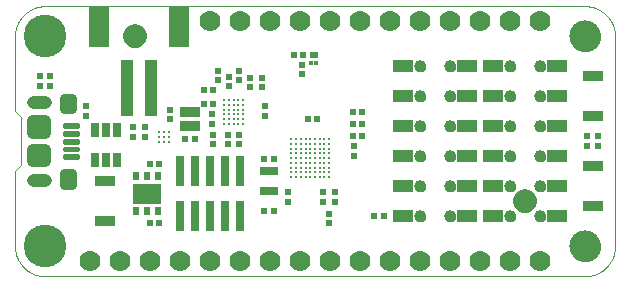
<source format=gts>
G75*
%MOIN*%
%OFA0B0*%
%FSLAX25Y25*%
%IPPOS*%
%LPD*%
%AMOC8*
5,1,8,0,0,1.08239X$1,22.5*
%
%ADD10C,0.00000*%
%ADD11C,0.10400*%
%ADD12C,0.04337*%
%ADD13C,0.01969*%
%ADD14C,0.14243*%
%ADD15C,0.07000*%
%ADD16R,0.04337X0.18510*%
%ADD17R,0.06699X0.13786*%
%ADD18C,0.00850*%
%ADD19R,0.01890X0.02283*%
%ADD20R,0.02283X0.01890*%
%ADD21R,0.02126X0.02126*%
%ADD22R,0.06699X0.03550*%
%ADD23R,0.05912X0.03156*%
%ADD24R,0.02900X0.10400*%
%ADD25R,0.07000X0.04400*%
%ADD26C,0.03900*%
%ADD27R,0.03071X0.01890*%
%ADD28R,0.01181X0.01772*%
%ADD29R,0.02173X0.03157*%
%ADD30R,0.09809X0.06699*%
%ADD31R,0.02565X0.05124*%
%ADD32R,0.07093X0.03550*%
%ADD33C,0.04400*%
%ADD34C,0.00945*%
%ADD35C,0.02956*%
%ADD36C,0.03940*%
D10*
X0044595Y0120262D02*
X0224595Y0120262D01*
X0219595Y0130262D02*
X0219597Y0130403D01*
X0219603Y0130544D01*
X0219613Y0130684D01*
X0219627Y0130824D01*
X0219645Y0130964D01*
X0219666Y0131103D01*
X0219692Y0131242D01*
X0219721Y0131380D01*
X0219755Y0131516D01*
X0219792Y0131652D01*
X0219833Y0131787D01*
X0219878Y0131921D01*
X0219927Y0132053D01*
X0219979Y0132184D01*
X0220035Y0132313D01*
X0220095Y0132440D01*
X0220158Y0132566D01*
X0220224Y0132690D01*
X0220295Y0132813D01*
X0220368Y0132933D01*
X0220445Y0133051D01*
X0220525Y0133167D01*
X0220609Y0133280D01*
X0220695Y0133391D01*
X0220785Y0133500D01*
X0220878Y0133606D01*
X0220973Y0133709D01*
X0221072Y0133810D01*
X0221173Y0133908D01*
X0221277Y0134003D01*
X0221384Y0134095D01*
X0221493Y0134184D01*
X0221605Y0134269D01*
X0221719Y0134352D01*
X0221835Y0134432D01*
X0221954Y0134508D01*
X0222075Y0134580D01*
X0222197Y0134650D01*
X0222322Y0134715D01*
X0222448Y0134778D01*
X0222576Y0134836D01*
X0222706Y0134891D01*
X0222837Y0134943D01*
X0222970Y0134990D01*
X0223104Y0135034D01*
X0223239Y0135075D01*
X0223375Y0135111D01*
X0223512Y0135143D01*
X0223650Y0135172D01*
X0223788Y0135197D01*
X0223928Y0135217D01*
X0224068Y0135234D01*
X0224208Y0135247D01*
X0224349Y0135256D01*
X0224489Y0135261D01*
X0224630Y0135262D01*
X0224771Y0135259D01*
X0224912Y0135252D01*
X0225052Y0135241D01*
X0225192Y0135226D01*
X0225332Y0135207D01*
X0225471Y0135185D01*
X0225609Y0135158D01*
X0225747Y0135128D01*
X0225883Y0135093D01*
X0226019Y0135055D01*
X0226153Y0135013D01*
X0226287Y0134967D01*
X0226419Y0134918D01*
X0226549Y0134864D01*
X0226678Y0134807D01*
X0226805Y0134747D01*
X0226931Y0134683D01*
X0227054Y0134615D01*
X0227176Y0134544D01*
X0227296Y0134470D01*
X0227413Y0134392D01*
X0227528Y0134311D01*
X0227641Y0134227D01*
X0227752Y0134140D01*
X0227860Y0134049D01*
X0227965Y0133956D01*
X0228068Y0133859D01*
X0228168Y0133760D01*
X0228265Y0133658D01*
X0228359Y0133553D01*
X0228450Y0133446D01*
X0228538Y0133336D01*
X0228623Y0133224D01*
X0228705Y0133109D01*
X0228784Y0132992D01*
X0228859Y0132873D01*
X0228931Y0132752D01*
X0228999Y0132629D01*
X0229064Y0132504D01*
X0229126Y0132377D01*
X0229183Y0132248D01*
X0229238Y0132118D01*
X0229288Y0131987D01*
X0229335Y0131854D01*
X0229378Y0131720D01*
X0229417Y0131584D01*
X0229452Y0131448D01*
X0229484Y0131311D01*
X0229511Y0131173D01*
X0229535Y0131034D01*
X0229555Y0130894D01*
X0229571Y0130754D01*
X0229583Y0130614D01*
X0229591Y0130473D01*
X0229595Y0130332D01*
X0229595Y0130192D01*
X0229591Y0130051D01*
X0229583Y0129910D01*
X0229571Y0129770D01*
X0229555Y0129630D01*
X0229535Y0129490D01*
X0229511Y0129351D01*
X0229484Y0129213D01*
X0229452Y0129076D01*
X0229417Y0128940D01*
X0229378Y0128804D01*
X0229335Y0128670D01*
X0229288Y0128537D01*
X0229238Y0128406D01*
X0229183Y0128276D01*
X0229126Y0128147D01*
X0229064Y0128020D01*
X0228999Y0127895D01*
X0228931Y0127772D01*
X0228859Y0127651D01*
X0228784Y0127532D01*
X0228705Y0127415D01*
X0228623Y0127300D01*
X0228538Y0127188D01*
X0228450Y0127078D01*
X0228359Y0126971D01*
X0228265Y0126866D01*
X0228168Y0126764D01*
X0228068Y0126665D01*
X0227965Y0126568D01*
X0227860Y0126475D01*
X0227752Y0126384D01*
X0227641Y0126297D01*
X0227528Y0126213D01*
X0227413Y0126132D01*
X0227296Y0126054D01*
X0227176Y0125980D01*
X0227054Y0125909D01*
X0226931Y0125841D01*
X0226805Y0125777D01*
X0226678Y0125717D01*
X0226549Y0125660D01*
X0226419Y0125606D01*
X0226287Y0125557D01*
X0226153Y0125511D01*
X0226019Y0125469D01*
X0225883Y0125431D01*
X0225747Y0125396D01*
X0225609Y0125366D01*
X0225471Y0125339D01*
X0225332Y0125317D01*
X0225192Y0125298D01*
X0225052Y0125283D01*
X0224912Y0125272D01*
X0224771Y0125265D01*
X0224630Y0125262D01*
X0224489Y0125263D01*
X0224349Y0125268D01*
X0224208Y0125277D01*
X0224068Y0125290D01*
X0223928Y0125307D01*
X0223788Y0125327D01*
X0223650Y0125352D01*
X0223512Y0125381D01*
X0223375Y0125413D01*
X0223239Y0125449D01*
X0223104Y0125490D01*
X0222970Y0125534D01*
X0222837Y0125581D01*
X0222706Y0125633D01*
X0222576Y0125688D01*
X0222448Y0125746D01*
X0222322Y0125809D01*
X0222197Y0125874D01*
X0222075Y0125944D01*
X0221954Y0126016D01*
X0221835Y0126092D01*
X0221719Y0126172D01*
X0221605Y0126255D01*
X0221493Y0126340D01*
X0221384Y0126429D01*
X0221277Y0126521D01*
X0221173Y0126616D01*
X0221072Y0126714D01*
X0220973Y0126815D01*
X0220878Y0126918D01*
X0220785Y0127024D01*
X0220695Y0127133D01*
X0220609Y0127244D01*
X0220525Y0127357D01*
X0220445Y0127473D01*
X0220368Y0127591D01*
X0220295Y0127711D01*
X0220224Y0127834D01*
X0220158Y0127958D01*
X0220095Y0128084D01*
X0220035Y0128211D01*
X0219979Y0128340D01*
X0219927Y0128471D01*
X0219878Y0128603D01*
X0219833Y0128737D01*
X0219792Y0128872D01*
X0219755Y0129008D01*
X0219721Y0129144D01*
X0219692Y0129282D01*
X0219666Y0129421D01*
X0219645Y0129560D01*
X0219627Y0129700D01*
X0219613Y0129840D01*
X0219603Y0129980D01*
X0219597Y0130121D01*
X0219595Y0130262D01*
X0224595Y0120262D02*
X0224837Y0120265D01*
X0225078Y0120274D01*
X0225319Y0120288D01*
X0225560Y0120309D01*
X0225800Y0120335D01*
X0226040Y0120367D01*
X0226279Y0120405D01*
X0226516Y0120448D01*
X0226753Y0120498D01*
X0226988Y0120553D01*
X0227222Y0120613D01*
X0227454Y0120680D01*
X0227685Y0120751D01*
X0227914Y0120829D01*
X0228141Y0120912D01*
X0228366Y0121000D01*
X0228589Y0121094D01*
X0228809Y0121193D01*
X0229027Y0121298D01*
X0229242Y0121407D01*
X0229455Y0121522D01*
X0229665Y0121642D01*
X0229871Y0121767D01*
X0230075Y0121897D01*
X0230276Y0122032D01*
X0230473Y0122172D01*
X0230667Y0122316D01*
X0230857Y0122465D01*
X0231043Y0122619D01*
X0231226Y0122777D01*
X0231405Y0122939D01*
X0231580Y0123106D01*
X0231751Y0123277D01*
X0231918Y0123452D01*
X0232080Y0123631D01*
X0232238Y0123814D01*
X0232392Y0124000D01*
X0232541Y0124190D01*
X0232685Y0124384D01*
X0232825Y0124581D01*
X0232960Y0124782D01*
X0233090Y0124986D01*
X0233215Y0125192D01*
X0233335Y0125402D01*
X0233450Y0125615D01*
X0233559Y0125830D01*
X0233664Y0126048D01*
X0233763Y0126268D01*
X0233857Y0126491D01*
X0233945Y0126716D01*
X0234028Y0126943D01*
X0234106Y0127172D01*
X0234177Y0127403D01*
X0234244Y0127635D01*
X0234304Y0127869D01*
X0234359Y0128104D01*
X0234409Y0128341D01*
X0234452Y0128578D01*
X0234490Y0128817D01*
X0234522Y0129057D01*
X0234548Y0129297D01*
X0234569Y0129538D01*
X0234583Y0129779D01*
X0234592Y0130020D01*
X0234595Y0130262D01*
X0234595Y0200262D01*
X0219595Y0200262D02*
X0219597Y0200403D01*
X0219603Y0200544D01*
X0219613Y0200684D01*
X0219627Y0200824D01*
X0219645Y0200964D01*
X0219666Y0201103D01*
X0219692Y0201242D01*
X0219721Y0201380D01*
X0219755Y0201516D01*
X0219792Y0201652D01*
X0219833Y0201787D01*
X0219878Y0201921D01*
X0219927Y0202053D01*
X0219979Y0202184D01*
X0220035Y0202313D01*
X0220095Y0202440D01*
X0220158Y0202566D01*
X0220224Y0202690D01*
X0220295Y0202813D01*
X0220368Y0202933D01*
X0220445Y0203051D01*
X0220525Y0203167D01*
X0220609Y0203280D01*
X0220695Y0203391D01*
X0220785Y0203500D01*
X0220878Y0203606D01*
X0220973Y0203709D01*
X0221072Y0203810D01*
X0221173Y0203908D01*
X0221277Y0204003D01*
X0221384Y0204095D01*
X0221493Y0204184D01*
X0221605Y0204269D01*
X0221719Y0204352D01*
X0221835Y0204432D01*
X0221954Y0204508D01*
X0222075Y0204580D01*
X0222197Y0204650D01*
X0222322Y0204715D01*
X0222448Y0204778D01*
X0222576Y0204836D01*
X0222706Y0204891D01*
X0222837Y0204943D01*
X0222970Y0204990D01*
X0223104Y0205034D01*
X0223239Y0205075D01*
X0223375Y0205111D01*
X0223512Y0205143D01*
X0223650Y0205172D01*
X0223788Y0205197D01*
X0223928Y0205217D01*
X0224068Y0205234D01*
X0224208Y0205247D01*
X0224349Y0205256D01*
X0224489Y0205261D01*
X0224630Y0205262D01*
X0224771Y0205259D01*
X0224912Y0205252D01*
X0225052Y0205241D01*
X0225192Y0205226D01*
X0225332Y0205207D01*
X0225471Y0205185D01*
X0225609Y0205158D01*
X0225747Y0205128D01*
X0225883Y0205093D01*
X0226019Y0205055D01*
X0226153Y0205013D01*
X0226287Y0204967D01*
X0226419Y0204918D01*
X0226549Y0204864D01*
X0226678Y0204807D01*
X0226805Y0204747D01*
X0226931Y0204683D01*
X0227054Y0204615D01*
X0227176Y0204544D01*
X0227296Y0204470D01*
X0227413Y0204392D01*
X0227528Y0204311D01*
X0227641Y0204227D01*
X0227752Y0204140D01*
X0227860Y0204049D01*
X0227965Y0203956D01*
X0228068Y0203859D01*
X0228168Y0203760D01*
X0228265Y0203658D01*
X0228359Y0203553D01*
X0228450Y0203446D01*
X0228538Y0203336D01*
X0228623Y0203224D01*
X0228705Y0203109D01*
X0228784Y0202992D01*
X0228859Y0202873D01*
X0228931Y0202752D01*
X0228999Y0202629D01*
X0229064Y0202504D01*
X0229126Y0202377D01*
X0229183Y0202248D01*
X0229238Y0202118D01*
X0229288Y0201987D01*
X0229335Y0201854D01*
X0229378Y0201720D01*
X0229417Y0201584D01*
X0229452Y0201448D01*
X0229484Y0201311D01*
X0229511Y0201173D01*
X0229535Y0201034D01*
X0229555Y0200894D01*
X0229571Y0200754D01*
X0229583Y0200614D01*
X0229591Y0200473D01*
X0229595Y0200332D01*
X0229595Y0200192D01*
X0229591Y0200051D01*
X0229583Y0199910D01*
X0229571Y0199770D01*
X0229555Y0199630D01*
X0229535Y0199490D01*
X0229511Y0199351D01*
X0229484Y0199213D01*
X0229452Y0199076D01*
X0229417Y0198940D01*
X0229378Y0198804D01*
X0229335Y0198670D01*
X0229288Y0198537D01*
X0229238Y0198406D01*
X0229183Y0198276D01*
X0229126Y0198147D01*
X0229064Y0198020D01*
X0228999Y0197895D01*
X0228931Y0197772D01*
X0228859Y0197651D01*
X0228784Y0197532D01*
X0228705Y0197415D01*
X0228623Y0197300D01*
X0228538Y0197188D01*
X0228450Y0197078D01*
X0228359Y0196971D01*
X0228265Y0196866D01*
X0228168Y0196764D01*
X0228068Y0196665D01*
X0227965Y0196568D01*
X0227860Y0196475D01*
X0227752Y0196384D01*
X0227641Y0196297D01*
X0227528Y0196213D01*
X0227413Y0196132D01*
X0227296Y0196054D01*
X0227176Y0195980D01*
X0227054Y0195909D01*
X0226931Y0195841D01*
X0226805Y0195777D01*
X0226678Y0195717D01*
X0226549Y0195660D01*
X0226419Y0195606D01*
X0226287Y0195557D01*
X0226153Y0195511D01*
X0226019Y0195469D01*
X0225883Y0195431D01*
X0225747Y0195396D01*
X0225609Y0195366D01*
X0225471Y0195339D01*
X0225332Y0195317D01*
X0225192Y0195298D01*
X0225052Y0195283D01*
X0224912Y0195272D01*
X0224771Y0195265D01*
X0224630Y0195262D01*
X0224489Y0195263D01*
X0224349Y0195268D01*
X0224208Y0195277D01*
X0224068Y0195290D01*
X0223928Y0195307D01*
X0223788Y0195327D01*
X0223650Y0195352D01*
X0223512Y0195381D01*
X0223375Y0195413D01*
X0223239Y0195449D01*
X0223104Y0195490D01*
X0222970Y0195534D01*
X0222837Y0195581D01*
X0222706Y0195633D01*
X0222576Y0195688D01*
X0222448Y0195746D01*
X0222322Y0195809D01*
X0222197Y0195874D01*
X0222075Y0195944D01*
X0221954Y0196016D01*
X0221835Y0196092D01*
X0221719Y0196172D01*
X0221605Y0196255D01*
X0221493Y0196340D01*
X0221384Y0196429D01*
X0221277Y0196521D01*
X0221173Y0196616D01*
X0221072Y0196714D01*
X0220973Y0196815D01*
X0220878Y0196918D01*
X0220785Y0197024D01*
X0220695Y0197133D01*
X0220609Y0197244D01*
X0220525Y0197357D01*
X0220445Y0197473D01*
X0220368Y0197591D01*
X0220295Y0197711D01*
X0220224Y0197834D01*
X0220158Y0197958D01*
X0220095Y0198084D01*
X0220035Y0198211D01*
X0219979Y0198340D01*
X0219927Y0198471D01*
X0219878Y0198603D01*
X0219833Y0198737D01*
X0219792Y0198872D01*
X0219755Y0199008D01*
X0219721Y0199144D01*
X0219692Y0199282D01*
X0219666Y0199421D01*
X0219645Y0199560D01*
X0219627Y0199700D01*
X0219613Y0199840D01*
X0219603Y0199980D01*
X0219597Y0200121D01*
X0219595Y0200262D01*
X0224595Y0210262D02*
X0224837Y0210259D01*
X0225078Y0210250D01*
X0225319Y0210236D01*
X0225560Y0210215D01*
X0225800Y0210189D01*
X0226040Y0210157D01*
X0226279Y0210119D01*
X0226516Y0210076D01*
X0226753Y0210026D01*
X0226988Y0209971D01*
X0227222Y0209911D01*
X0227454Y0209844D01*
X0227685Y0209773D01*
X0227914Y0209695D01*
X0228141Y0209612D01*
X0228366Y0209524D01*
X0228589Y0209430D01*
X0228809Y0209331D01*
X0229027Y0209226D01*
X0229242Y0209117D01*
X0229455Y0209002D01*
X0229665Y0208882D01*
X0229871Y0208757D01*
X0230075Y0208627D01*
X0230276Y0208492D01*
X0230473Y0208352D01*
X0230667Y0208208D01*
X0230857Y0208059D01*
X0231043Y0207905D01*
X0231226Y0207747D01*
X0231405Y0207585D01*
X0231580Y0207418D01*
X0231751Y0207247D01*
X0231918Y0207072D01*
X0232080Y0206893D01*
X0232238Y0206710D01*
X0232392Y0206524D01*
X0232541Y0206334D01*
X0232685Y0206140D01*
X0232825Y0205943D01*
X0232960Y0205742D01*
X0233090Y0205538D01*
X0233215Y0205332D01*
X0233335Y0205122D01*
X0233450Y0204909D01*
X0233559Y0204694D01*
X0233664Y0204476D01*
X0233763Y0204256D01*
X0233857Y0204033D01*
X0233945Y0203808D01*
X0234028Y0203581D01*
X0234106Y0203352D01*
X0234177Y0203121D01*
X0234244Y0202889D01*
X0234304Y0202655D01*
X0234359Y0202420D01*
X0234409Y0202183D01*
X0234452Y0201946D01*
X0234490Y0201707D01*
X0234522Y0201467D01*
X0234548Y0201227D01*
X0234569Y0200986D01*
X0234583Y0200745D01*
X0234592Y0200504D01*
X0234595Y0200262D01*
X0224595Y0210262D02*
X0044595Y0210262D01*
X0044353Y0210259D01*
X0044112Y0210250D01*
X0043871Y0210236D01*
X0043630Y0210215D01*
X0043390Y0210189D01*
X0043150Y0210157D01*
X0042911Y0210119D01*
X0042674Y0210076D01*
X0042437Y0210026D01*
X0042202Y0209971D01*
X0041968Y0209911D01*
X0041736Y0209844D01*
X0041505Y0209773D01*
X0041276Y0209695D01*
X0041049Y0209612D01*
X0040824Y0209524D01*
X0040601Y0209430D01*
X0040381Y0209331D01*
X0040163Y0209226D01*
X0039948Y0209117D01*
X0039735Y0209002D01*
X0039525Y0208882D01*
X0039319Y0208757D01*
X0039115Y0208627D01*
X0038914Y0208492D01*
X0038717Y0208352D01*
X0038523Y0208208D01*
X0038333Y0208059D01*
X0038147Y0207905D01*
X0037964Y0207747D01*
X0037785Y0207585D01*
X0037610Y0207418D01*
X0037439Y0207247D01*
X0037272Y0207072D01*
X0037110Y0206893D01*
X0036952Y0206710D01*
X0036798Y0206524D01*
X0036649Y0206334D01*
X0036505Y0206140D01*
X0036365Y0205943D01*
X0036230Y0205742D01*
X0036100Y0205538D01*
X0035975Y0205332D01*
X0035855Y0205122D01*
X0035740Y0204909D01*
X0035631Y0204694D01*
X0035526Y0204476D01*
X0035427Y0204256D01*
X0035333Y0204033D01*
X0035245Y0203808D01*
X0035162Y0203581D01*
X0035084Y0203352D01*
X0035013Y0203121D01*
X0034946Y0202889D01*
X0034886Y0202655D01*
X0034831Y0202420D01*
X0034781Y0202183D01*
X0034738Y0201946D01*
X0034700Y0201707D01*
X0034668Y0201467D01*
X0034642Y0201227D01*
X0034621Y0200986D01*
X0034607Y0200745D01*
X0034598Y0200504D01*
X0034595Y0200262D01*
X0034595Y0175262D01*
X0036595Y0173262D01*
X0036595Y0157262D01*
X0034595Y0155262D01*
X0034595Y0130262D01*
X0034598Y0130020D01*
X0034607Y0129779D01*
X0034621Y0129538D01*
X0034642Y0129297D01*
X0034668Y0129057D01*
X0034700Y0128817D01*
X0034738Y0128578D01*
X0034781Y0128341D01*
X0034831Y0128104D01*
X0034886Y0127869D01*
X0034946Y0127635D01*
X0035013Y0127403D01*
X0035084Y0127172D01*
X0035162Y0126943D01*
X0035245Y0126716D01*
X0035333Y0126491D01*
X0035427Y0126268D01*
X0035526Y0126048D01*
X0035631Y0125830D01*
X0035740Y0125615D01*
X0035855Y0125402D01*
X0035975Y0125192D01*
X0036100Y0124986D01*
X0036230Y0124782D01*
X0036365Y0124581D01*
X0036505Y0124384D01*
X0036649Y0124190D01*
X0036798Y0124000D01*
X0036952Y0123814D01*
X0037110Y0123631D01*
X0037272Y0123452D01*
X0037439Y0123277D01*
X0037610Y0123106D01*
X0037785Y0122939D01*
X0037964Y0122777D01*
X0038147Y0122619D01*
X0038333Y0122465D01*
X0038523Y0122316D01*
X0038717Y0122172D01*
X0038914Y0122032D01*
X0039115Y0121897D01*
X0039319Y0121767D01*
X0039525Y0121642D01*
X0039735Y0121522D01*
X0039948Y0121407D01*
X0040163Y0121298D01*
X0040381Y0121193D01*
X0040601Y0121094D01*
X0040824Y0121000D01*
X0041049Y0120912D01*
X0041276Y0120829D01*
X0041505Y0120751D01*
X0041736Y0120680D01*
X0041968Y0120613D01*
X0042202Y0120553D01*
X0042437Y0120498D01*
X0042674Y0120448D01*
X0042911Y0120405D01*
X0043150Y0120367D01*
X0043390Y0120335D01*
X0043630Y0120309D01*
X0043871Y0120288D01*
X0044112Y0120274D01*
X0044353Y0120265D01*
X0044595Y0120262D01*
X0167845Y0140262D02*
X0167847Y0140345D01*
X0167853Y0140428D01*
X0167863Y0140511D01*
X0167877Y0140593D01*
X0167894Y0140675D01*
X0167916Y0140755D01*
X0167941Y0140834D01*
X0167970Y0140912D01*
X0168003Y0140989D01*
X0168040Y0141064D01*
X0168079Y0141137D01*
X0168123Y0141208D01*
X0168169Y0141277D01*
X0168219Y0141344D01*
X0168272Y0141408D01*
X0168328Y0141470D01*
X0168387Y0141529D01*
X0168449Y0141585D01*
X0168513Y0141638D01*
X0168580Y0141688D01*
X0168649Y0141734D01*
X0168720Y0141778D01*
X0168793Y0141817D01*
X0168868Y0141854D01*
X0168945Y0141887D01*
X0169023Y0141916D01*
X0169102Y0141941D01*
X0169182Y0141963D01*
X0169264Y0141980D01*
X0169346Y0141994D01*
X0169429Y0142004D01*
X0169512Y0142010D01*
X0169595Y0142012D01*
X0169678Y0142010D01*
X0169761Y0142004D01*
X0169844Y0141994D01*
X0169926Y0141980D01*
X0170008Y0141963D01*
X0170088Y0141941D01*
X0170167Y0141916D01*
X0170245Y0141887D01*
X0170322Y0141854D01*
X0170397Y0141817D01*
X0170470Y0141778D01*
X0170541Y0141734D01*
X0170610Y0141688D01*
X0170677Y0141638D01*
X0170741Y0141585D01*
X0170803Y0141529D01*
X0170862Y0141470D01*
X0170918Y0141408D01*
X0170971Y0141344D01*
X0171021Y0141277D01*
X0171067Y0141208D01*
X0171111Y0141137D01*
X0171150Y0141064D01*
X0171187Y0140989D01*
X0171220Y0140912D01*
X0171249Y0140834D01*
X0171274Y0140755D01*
X0171296Y0140675D01*
X0171313Y0140593D01*
X0171327Y0140511D01*
X0171337Y0140428D01*
X0171343Y0140345D01*
X0171345Y0140262D01*
X0171343Y0140179D01*
X0171337Y0140096D01*
X0171327Y0140013D01*
X0171313Y0139931D01*
X0171296Y0139849D01*
X0171274Y0139769D01*
X0171249Y0139690D01*
X0171220Y0139612D01*
X0171187Y0139535D01*
X0171150Y0139460D01*
X0171111Y0139387D01*
X0171067Y0139316D01*
X0171021Y0139247D01*
X0170971Y0139180D01*
X0170918Y0139116D01*
X0170862Y0139054D01*
X0170803Y0138995D01*
X0170741Y0138939D01*
X0170677Y0138886D01*
X0170610Y0138836D01*
X0170541Y0138790D01*
X0170470Y0138746D01*
X0170397Y0138707D01*
X0170322Y0138670D01*
X0170245Y0138637D01*
X0170167Y0138608D01*
X0170088Y0138583D01*
X0170008Y0138561D01*
X0169926Y0138544D01*
X0169844Y0138530D01*
X0169761Y0138520D01*
X0169678Y0138514D01*
X0169595Y0138512D01*
X0169512Y0138514D01*
X0169429Y0138520D01*
X0169346Y0138530D01*
X0169264Y0138544D01*
X0169182Y0138561D01*
X0169102Y0138583D01*
X0169023Y0138608D01*
X0168945Y0138637D01*
X0168868Y0138670D01*
X0168793Y0138707D01*
X0168720Y0138746D01*
X0168649Y0138790D01*
X0168580Y0138836D01*
X0168513Y0138886D01*
X0168449Y0138939D01*
X0168387Y0138995D01*
X0168328Y0139054D01*
X0168272Y0139116D01*
X0168219Y0139180D01*
X0168169Y0139247D01*
X0168123Y0139316D01*
X0168079Y0139387D01*
X0168040Y0139460D01*
X0168003Y0139535D01*
X0167970Y0139612D01*
X0167941Y0139690D01*
X0167916Y0139769D01*
X0167894Y0139849D01*
X0167877Y0139931D01*
X0167863Y0140013D01*
X0167853Y0140096D01*
X0167847Y0140179D01*
X0167845Y0140262D01*
X0177845Y0140262D02*
X0177847Y0140345D01*
X0177853Y0140428D01*
X0177863Y0140511D01*
X0177877Y0140593D01*
X0177894Y0140675D01*
X0177916Y0140755D01*
X0177941Y0140834D01*
X0177970Y0140912D01*
X0178003Y0140989D01*
X0178040Y0141064D01*
X0178079Y0141137D01*
X0178123Y0141208D01*
X0178169Y0141277D01*
X0178219Y0141344D01*
X0178272Y0141408D01*
X0178328Y0141470D01*
X0178387Y0141529D01*
X0178449Y0141585D01*
X0178513Y0141638D01*
X0178580Y0141688D01*
X0178649Y0141734D01*
X0178720Y0141778D01*
X0178793Y0141817D01*
X0178868Y0141854D01*
X0178945Y0141887D01*
X0179023Y0141916D01*
X0179102Y0141941D01*
X0179182Y0141963D01*
X0179264Y0141980D01*
X0179346Y0141994D01*
X0179429Y0142004D01*
X0179512Y0142010D01*
X0179595Y0142012D01*
X0179678Y0142010D01*
X0179761Y0142004D01*
X0179844Y0141994D01*
X0179926Y0141980D01*
X0180008Y0141963D01*
X0180088Y0141941D01*
X0180167Y0141916D01*
X0180245Y0141887D01*
X0180322Y0141854D01*
X0180397Y0141817D01*
X0180470Y0141778D01*
X0180541Y0141734D01*
X0180610Y0141688D01*
X0180677Y0141638D01*
X0180741Y0141585D01*
X0180803Y0141529D01*
X0180862Y0141470D01*
X0180918Y0141408D01*
X0180971Y0141344D01*
X0181021Y0141277D01*
X0181067Y0141208D01*
X0181111Y0141137D01*
X0181150Y0141064D01*
X0181187Y0140989D01*
X0181220Y0140912D01*
X0181249Y0140834D01*
X0181274Y0140755D01*
X0181296Y0140675D01*
X0181313Y0140593D01*
X0181327Y0140511D01*
X0181337Y0140428D01*
X0181343Y0140345D01*
X0181345Y0140262D01*
X0181343Y0140179D01*
X0181337Y0140096D01*
X0181327Y0140013D01*
X0181313Y0139931D01*
X0181296Y0139849D01*
X0181274Y0139769D01*
X0181249Y0139690D01*
X0181220Y0139612D01*
X0181187Y0139535D01*
X0181150Y0139460D01*
X0181111Y0139387D01*
X0181067Y0139316D01*
X0181021Y0139247D01*
X0180971Y0139180D01*
X0180918Y0139116D01*
X0180862Y0139054D01*
X0180803Y0138995D01*
X0180741Y0138939D01*
X0180677Y0138886D01*
X0180610Y0138836D01*
X0180541Y0138790D01*
X0180470Y0138746D01*
X0180397Y0138707D01*
X0180322Y0138670D01*
X0180245Y0138637D01*
X0180167Y0138608D01*
X0180088Y0138583D01*
X0180008Y0138561D01*
X0179926Y0138544D01*
X0179844Y0138530D01*
X0179761Y0138520D01*
X0179678Y0138514D01*
X0179595Y0138512D01*
X0179512Y0138514D01*
X0179429Y0138520D01*
X0179346Y0138530D01*
X0179264Y0138544D01*
X0179182Y0138561D01*
X0179102Y0138583D01*
X0179023Y0138608D01*
X0178945Y0138637D01*
X0178868Y0138670D01*
X0178793Y0138707D01*
X0178720Y0138746D01*
X0178649Y0138790D01*
X0178580Y0138836D01*
X0178513Y0138886D01*
X0178449Y0138939D01*
X0178387Y0138995D01*
X0178328Y0139054D01*
X0178272Y0139116D01*
X0178219Y0139180D01*
X0178169Y0139247D01*
X0178123Y0139316D01*
X0178079Y0139387D01*
X0178040Y0139460D01*
X0178003Y0139535D01*
X0177970Y0139612D01*
X0177941Y0139690D01*
X0177916Y0139769D01*
X0177894Y0139849D01*
X0177877Y0139931D01*
X0177863Y0140013D01*
X0177853Y0140096D01*
X0177847Y0140179D01*
X0177845Y0140262D01*
X0177845Y0150262D02*
X0177847Y0150345D01*
X0177853Y0150428D01*
X0177863Y0150511D01*
X0177877Y0150593D01*
X0177894Y0150675D01*
X0177916Y0150755D01*
X0177941Y0150834D01*
X0177970Y0150912D01*
X0178003Y0150989D01*
X0178040Y0151064D01*
X0178079Y0151137D01*
X0178123Y0151208D01*
X0178169Y0151277D01*
X0178219Y0151344D01*
X0178272Y0151408D01*
X0178328Y0151470D01*
X0178387Y0151529D01*
X0178449Y0151585D01*
X0178513Y0151638D01*
X0178580Y0151688D01*
X0178649Y0151734D01*
X0178720Y0151778D01*
X0178793Y0151817D01*
X0178868Y0151854D01*
X0178945Y0151887D01*
X0179023Y0151916D01*
X0179102Y0151941D01*
X0179182Y0151963D01*
X0179264Y0151980D01*
X0179346Y0151994D01*
X0179429Y0152004D01*
X0179512Y0152010D01*
X0179595Y0152012D01*
X0179678Y0152010D01*
X0179761Y0152004D01*
X0179844Y0151994D01*
X0179926Y0151980D01*
X0180008Y0151963D01*
X0180088Y0151941D01*
X0180167Y0151916D01*
X0180245Y0151887D01*
X0180322Y0151854D01*
X0180397Y0151817D01*
X0180470Y0151778D01*
X0180541Y0151734D01*
X0180610Y0151688D01*
X0180677Y0151638D01*
X0180741Y0151585D01*
X0180803Y0151529D01*
X0180862Y0151470D01*
X0180918Y0151408D01*
X0180971Y0151344D01*
X0181021Y0151277D01*
X0181067Y0151208D01*
X0181111Y0151137D01*
X0181150Y0151064D01*
X0181187Y0150989D01*
X0181220Y0150912D01*
X0181249Y0150834D01*
X0181274Y0150755D01*
X0181296Y0150675D01*
X0181313Y0150593D01*
X0181327Y0150511D01*
X0181337Y0150428D01*
X0181343Y0150345D01*
X0181345Y0150262D01*
X0181343Y0150179D01*
X0181337Y0150096D01*
X0181327Y0150013D01*
X0181313Y0149931D01*
X0181296Y0149849D01*
X0181274Y0149769D01*
X0181249Y0149690D01*
X0181220Y0149612D01*
X0181187Y0149535D01*
X0181150Y0149460D01*
X0181111Y0149387D01*
X0181067Y0149316D01*
X0181021Y0149247D01*
X0180971Y0149180D01*
X0180918Y0149116D01*
X0180862Y0149054D01*
X0180803Y0148995D01*
X0180741Y0148939D01*
X0180677Y0148886D01*
X0180610Y0148836D01*
X0180541Y0148790D01*
X0180470Y0148746D01*
X0180397Y0148707D01*
X0180322Y0148670D01*
X0180245Y0148637D01*
X0180167Y0148608D01*
X0180088Y0148583D01*
X0180008Y0148561D01*
X0179926Y0148544D01*
X0179844Y0148530D01*
X0179761Y0148520D01*
X0179678Y0148514D01*
X0179595Y0148512D01*
X0179512Y0148514D01*
X0179429Y0148520D01*
X0179346Y0148530D01*
X0179264Y0148544D01*
X0179182Y0148561D01*
X0179102Y0148583D01*
X0179023Y0148608D01*
X0178945Y0148637D01*
X0178868Y0148670D01*
X0178793Y0148707D01*
X0178720Y0148746D01*
X0178649Y0148790D01*
X0178580Y0148836D01*
X0178513Y0148886D01*
X0178449Y0148939D01*
X0178387Y0148995D01*
X0178328Y0149054D01*
X0178272Y0149116D01*
X0178219Y0149180D01*
X0178169Y0149247D01*
X0178123Y0149316D01*
X0178079Y0149387D01*
X0178040Y0149460D01*
X0178003Y0149535D01*
X0177970Y0149612D01*
X0177941Y0149690D01*
X0177916Y0149769D01*
X0177894Y0149849D01*
X0177877Y0149931D01*
X0177863Y0150013D01*
X0177853Y0150096D01*
X0177847Y0150179D01*
X0177845Y0150262D01*
X0167845Y0150262D02*
X0167847Y0150345D01*
X0167853Y0150428D01*
X0167863Y0150511D01*
X0167877Y0150593D01*
X0167894Y0150675D01*
X0167916Y0150755D01*
X0167941Y0150834D01*
X0167970Y0150912D01*
X0168003Y0150989D01*
X0168040Y0151064D01*
X0168079Y0151137D01*
X0168123Y0151208D01*
X0168169Y0151277D01*
X0168219Y0151344D01*
X0168272Y0151408D01*
X0168328Y0151470D01*
X0168387Y0151529D01*
X0168449Y0151585D01*
X0168513Y0151638D01*
X0168580Y0151688D01*
X0168649Y0151734D01*
X0168720Y0151778D01*
X0168793Y0151817D01*
X0168868Y0151854D01*
X0168945Y0151887D01*
X0169023Y0151916D01*
X0169102Y0151941D01*
X0169182Y0151963D01*
X0169264Y0151980D01*
X0169346Y0151994D01*
X0169429Y0152004D01*
X0169512Y0152010D01*
X0169595Y0152012D01*
X0169678Y0152010D01*
X0169761Y0152004D01*
X0169844Y0151994D01*
X0169926Y0151980D01*
X0170008Y0151963D01*
X0170088Y0151941D01*
X0170167Y0151916D01*
X0170245Y0151887D01*
X0170322Y0151854D01*
X0170397Y0151817D01*
X0170470Y0151778D01*
X0170541Y0151734D01*
X0170610Y0151688D01*
X0170677Y0151638D01*
X0170741Y0151585D01*
X0170803Y0151529D01*
X0170862Y0151470D01*
X0170918Y0151408D01*
X0170971Y0151344D01*
X0171021Y0151277D01*
X0171067Y0151208D01*
X0171111Y0151137D01*
X0171150Y0151064D01*
X0171187Y0150989D01*
X0171220Y0150912D01*
X0171249Y0150834D01*
X0171274Y0150755D01*
X0171296Y0150675D01*
X0171313Y0150593D01*
X0171327Y0150511D01*
X0171337Y0150428D01*
X0171343Y0150345D01*
X0171345Y0150262D01*
X0171343Y0150179D01*
X0171337Y0150096D01*
X0171327Y0150013D01*
X0171313Y0149931D01*
X0171296Y0149849D01*
X0171274Y0149769D01*
X0171249Y0149690D01*
X0171220Y0149612D01*
X0171187Y0149535D01*
X0171150Y0149460D01*
X0171111Y0149387D01*
X0171067Y0149316D01*
X0171021Y0149247D01*
X0170971Y0149180D01*
X0170918Y0149116D01*
X0170862Y0149054D01*
X0170803Y0148995D01*
X0170741Y0148939D01*
X0170677Y0148886D01*
X0170610Y0148836D01*
X0170541Y0148790D01*
X0170470Y0148746D01*
X0170397Y0148707D01*
X0170322Y0148670D01*
X0170245Y0148637D01*
X0170167Y0148608D01*
X0170088Y0148583D01*
X0170008Y0148561D01*
X0169926Y0148544D01*
X0169844Y0148530D01*
X0169761Y0148520D01*
X0169678Y0148514D01*
X0169595Y0148512D01*
X0169512Y0148514D01*
X0169429Y0148520D01*
X0169346Y0148530D01*
X0169264Y0148544D01*
X0169182Y0148561D01*
X0169102Y0148583D01*
X0169023Y0148608D01*
X0168945Y0148637D01*
X0168868Y0148670D01*
X0168793Y0148707D01*
X0168720Y0148746D01*
X0168649Y0148790D01*
X0168580Y0148836D01*
X0168513Y0148886D01*
X0168449Y0148939D01*
X0168387Y0148995D01*
X0168328Y0149054D01*
X0168272Y0149116D01*
X0168219Y0149180D01*
X0168169Y0149247D01*
X0168123Y0149316D01*
X0168079Y0149387D01*
X0168040Y0149460D01*
X0168003Y0149535D01*
X0167970Y0149612D01*
X0167941Y0149690D01*
X0167916Y0149769D01*
X0167894Y0149849D01*
X0167877Y0149931D01*
X0167863Y0150013D01*
X0167853Y0150096D01*
X0167847Y0150179D01*
X0167845Y0150262D01*
X0167845Y0160262D02*
X0167847Y0160345D01*
X0167853Y0160428D01*
X0167863Y0160511D01*
X0167877Y0160593D01*
X0167894Y0160675D01*
X0167916Y0160755D01*
X0167941Y0160834D01*
X0167970Y0160912D01*
X0168003Y0160989D01*
X0168040Y0161064D01*
X0168079Y0161137D01*
X0168123Y0161208D01*
X0168169Y0161277D01*
X0168219Y0161344D01*
X0168272Y0161408D01*
X0168328Y0161470D01*
X0168387Y0161529D01*
X0168449Y0161585D01*
X0168513Y0161638D01*
X0168580Y0161688D01*
X0168649Y0161734D01*
X0168720Y0161778D01*
X0168793Y0161817D01*
X0168868Y0161854D01*
X0168945Y0161887D01*
X0169023Y0161916D01*
X0169102Y0161941D01*
X0169182Y0161963D01*
X0169264Y0161980D01*
X0169346Y0161994D01*
X0169429Y0162004D01*
X0169512Y0162010D01*
X0169595Y0162012D01*
X0169678Y0162010D01*
X0169761Y0162004D01*
X0169844Y0161994D01*
X0169926Y0161980D01*
X0170008Y0161963D01*
X0170088Y0161941D01*
X0170167Y0161916D01*
X0170245Y0161887D01*
X0170322Y0161854D01*
X0170397Y0161817D01*
X0170470Y0161778D01*
X0170541Y0161734D01*
X0170610Y0161688D01*
X0170677Y0161638D01*
X0170741Y0161585D01*
X0170803Y0161529D01*
X0170862Y0161470D01*
X0170918Y0161408D01*
X0170971Y0161344D01*
X0171021Y0161277D01*
X0171067Y0161208D01*
X0171111Y0161137D01*
X0171150Y0161064D01*
X0171187Y0160989D01*
X0171220Y0160912D01*
X0171249Y0160834D01*
X0171274Y0160755D01*
X0171296Y0160675D01*
X0171313Y0160593D01*
X0171327Y0160511D01*
X0171337Y0160428D01*
X0171343Y0160345D01*
X0171345Y0160262D01*
X0171343Y0160179D01*
X0171337Y0160096D01*
X0171327Y0160013D01*
X0171313Y0159931D01*
X0171296Y0159849D01*
X0171274Y0159769D01*
X0171249Y0159690D01*
X0171220Y0159612D01*
X0171187Y0159535D01*
X0171150Y0159460D01*
X0171111Y0159387D01*
X0171067Y0159316D01*
X0171021Y0159247D01*
X0170971Y0159180D01*
X0170918Y0159116D01*
X0170862Y0159054D01*
X0170803Y0158995D01*
X0170741Y0158939D01*
X0170677Y0158886D01*
X0170610Y0158836D01*
X0170541Y0158790D01*
X0170470Y0158746D01*
X0170397Y0158707D01*
X0170322Y0158670D01*
X0170245Y0158637D01*
X0170167Y0158608D01*
X0170088Y0158583D01*
X0170008Y0158561D01*
X0169926Y0158544D01*
X0169844Y0158530D01*
X0169761Y0158520D01*
X0169678Y0158514D01*
X0169595Y0158512D01*
X0169512Y0158514D01*
X0169429Y0158520D01*
X0169346Y0158530D01*
X0169264Y0158544D01*
X0169182Y0158561D01*
X0169102Y0158583D01*
X0169023Y0158608D01*
X0168945Y0158637D01*
X0168868Y0158670D01*
X0168793Y0158707D01*
X0168720Y0158746D01*
X0168649Y0158790D01*
X0168580Y0158836D01*
X0168513Y0158886D01*
X0168449Y0158939D01*
X0168387Y0158995D01*
X0168328Y0159054D01*
X0168272Y0159116D01*
X0168219Y0159180D01*
X0168169Y0159247D01*
X0168123Y0159316D01*
X0168079Y0159387D01*
X0168040Y0159460D01*
X0168003Y0159535D01*
X0167970Y0159612D01*
X0167941Y0159690D01*
X0167916Y0159769D01*
X0167894Y0159849D01*
X0167877Y0159931D01*
X0167863Y0160013D01*
X0167853Y0160096D01*
X0167847Y0160179D01*
X0167845Y0160262D01*
X0177845Y0160262D02*
X0177847Y0160345D01*
X0177853Y0160428D01*
X0177863Y0160511D01*
X0177877Y0160593D01*
X0177894Y0160675D01*
X0177916Y0160755D01*
X0177941Y0160834D01*
X0177970Y0160912D01*
X0178003Y0160989D01*
X0178040Y0161064D01*
X0178079Y0161137D01*
X0178123Y0161208D01*
X0178169Y0161277D01*
X0178219Y0161344D01*
X0178272Y0161408D01*
X0178328Y0161470D01*
X0178387Y0161529D01*
X0178449Y0161585D01*
X0178513Y0161638D01*
X0178580Y0161688D01*
X0178649Y0161734D01*
X0178720Y0161778D01*
X0178793Y0161817D01*
X0178868Y0161854D01*
X0178945Y0161887D01*
X0179023Y0161916D01*
X0179102Y0161941D01*
X0179182Y0161963D01*
X0179264Y0161980D01*
X0179346Y0161994D01*
X0179429Y0162004D01*
X0179512Y0162010D01*
X0179595Y0162012D01*
X0179678Y0162010D01*
X0179761Y0162004D01*
X0179844Y0161994D01*
X0179926Y0161980D01*
X0180008Y0161963D01*
X0180088Y0161941D01*
X0180167Y0161916D01*
X0180245Y0161887D01*
X0180322Y0161854D01*
X0180397Y0161817D01*
X0180470Y0161778D01*
X0180541Y0161734D01*
X0180610Y0161688D01*
X0180677Y0161638D01*
X0180741Y0161585D01*
X0180803Y0161529D01*
X0180862Y0161470D01*
X0180918Y0161408D01*
X0180971Y0161344D01*
X0181021Y0161277D01*
X0181067Y0161208D01*
X0181111Y0161137D01*
X0181150Y0161064D01*
X0181187Y0160989D01*
X0181220Y0160912D01*
X0181249Y0160834D01*
X0181274Y0160755D01*
X0181296Y0160675D01*
X0181313Y0160593D01*
X0181327Y0160511D01*
X0181337Y0160428D01*
X0181343Y0160345D01*
X0181345Y0160262D01*
X0181343Y0160179D01*
X0181337Y0160096D01*
X0181327Y0160013D01*
X0181313Y0159931D01*
X0181296Y0159849D01*
X0181274Y0159769D01*
X0181249Y0159690D01*
X0181220Y0159612D01*
X0181187Y0159535D01*
X0181150Y0159460D01*
X0181111Y0159387D01*
X0181067Y0159316D01*
X0181021Y0159247D01*
X0180971Y0159180D01*
X0180918Y0159116D01*
X0180862Y0159054D01*
X0180803Y0158995D01*
X0180741Y0158939D01*
X0180677Y0158886D01*
X0180610Y0158836D01*
X0180541Y0158790D01*
X0180470Y0158746D01*
X0180397Y0158707D01*
X0180322Y0158670D01*
X0180245Y0158637D01*
X0180167Y0158608D01*
X0180088Y0158583D01*
X0180008Y0158561D01*
X0179926Y0158544D01*
X0179844Y0158530D01*
X0179761Y0158520D01*
X0179678Y0158514D01*
X0179595Y0158512D01*
X0179512Y0158514D01*
X0179429Y0158520D01*
X0179346Y0158530D01*
X0179264Y0158544D01*
X0179182Y0158561D01*
X0179102Y0158583D01*
X0179023Y0158608D01*
X0178945Y0158637D01*
X0178868Y0158670D01*
X0178793Y0158707D01*
X0178720Y0158746D01*
X0178649Y0158790D01*
X0178580Y0158836D01*
X0178513Y0158886D01*
X0178449Y0158939D01*
X0178387Y0158995D01*
X0178328Y0159054D01*
X0178272Y0159116D01*
X0178219Y0159180D01*
X0178169Y0159247D01*
X0178123Y0159316D01*
X0178079Y0159387D01*
X0178040Y0159460D01*
X0178003Y0159535D01*
X0177970Y0159612D01*
X0177941Y0159690D01*
X0177916Y0159769D01*
X0177894Y0159849D01*
X0177877Y0159931D01*
X0177863Y0160013D01*
X0177853Y0160096D01*
X0177847Y0160179D01*
X0177845Y0160262D01*
X0177845Y0170262D02*
X0177847Y0170345D01*
X0177853Y0170428D01*
X0177863Y0170511D01*
X0177877Y0170593D01*
X0177894Y0170675D01*
X0177916Y0170755D01*
X0177941Y0170834D01*
X0177970Y0170912D01*
X0178003Y0170989D01*
X0178040Y0171064D01*
X0178079Y0171137D01*
X0178123Y0171208D01*
X0178169Y0171277D01*
X0178219Y0171344D01*
X0178272Y0171408D01*
X0178328Y0171470D01*
X0178387Y0171529D01*
X0178449Y0171585D01*
X0178513Y0171638D01*
X0178580Y0171688D01*
X0178649Y0171734D01*
X0178720Y0171778D01*
X0178793Y0171817D01*
X0178868Y0171854D01*
X0178945Y0171887D01*
X0179023Y0171916D01*
X0179102Y0171941D01*
X0179182Y0171963D01*
X0179264Y0171980D01*
X0179346Y0171994D01*
X0179429Y0172004D01*
X0179512Y0172010D01*
X0179595Y0172012D01*
X0179678Y0172010D01*
X0179761Y0172004D01*
X0179844Y0171994D01*
X0179926Y0171980D01*
X0180008Y0171963D01*
X0180088Y0171941D01*
X0180167Y0171916D01*
X0180245Y0171887D01*
X0180322Y0171854D01*
X0180397Y0171817D01*
X0180470Y0171778D01*
X0180541Y0171734D01*
X0180610Y0171688D01*
X0180677Y0171638D01*
X0180741Y0171585D01*
X0180803Y0171529D01*
X0180862Y0171470D01*
X0180918Y0171408D01*
X0180971Y0171344D01*
X0181021Y0171277D01*
X0181067Y0171208D01*
X0181111Y0171137D01*
X0181150Y0171064D01*
X0181187Y0170989D01*
X0181220Y0170912D01*
X0181249Y0170834D01*
X0181274Y0170755D01*
X0181296Y0170675D01*
X0181313Y0170593D01*
X0181327Y0170511D01*
X0181337Y0170428D01*
X0181343Y0170345D01*
X0181345Y0170262D01*
X0181343Y0170179D01*
X0181337Y0170096D01*
X0181327Y0170013D01*
X0181313Y0169931D01*
X0181296Y0169849D01*
X0181274Y0169769D01*
X0181249Y0169690D01*
X0181220Y0169612D01*
X0181187Y0169535D01*
X0181150Y0169460D01*
X0181111Y0169387D01*
X0181067Y0169316D01*
X0181021Y0169247D01*
X0180971Y0169180D01*
X0180918Y0169116D01*
X0180862Y0169054D01*
X0180803Y0168995D01*
X0180741Y0168939D01*
X0180677Y0168886D01*
X0180610Y0168836D01*
X0180541Y0168790D01*
X0180470Y0168746D01*
X0180397Y0168707D01*
X0180322Y0168670D01*
X0180245Y0168637D01*
X0180167Y0168608D01*
X0180088Y0168583D01*
X0180008Y0168561D01*
X0179926Y0168544D01*
X0179844Y0168530D01*
X0179761Y0168520D01*
X0179678Y0168514D01*
X0179595Y0168512D01*
X0179512Y0168514D01*
X0179429Y0168520D01*
X0179346Y0168530D01*
X0179264Y0168544D01*
X0179182Y0168561D01*
X0179102Y0168583D01*
X0179023Y0168608D01*
X0178945Y0168637D01*
X0178868Y0168670D01*
X0178793Y0168707D01*
X0178720Y0168746D01*
X0178649Y0168790D01*
X0178580Y0168836D01*
X0178513Y0168886D01*
X0178449Y0168939D01*
X0178387Y0168995D01*
X0178328Y0169054D01*
X0178272Y0169116D01*
X0178219Y0169180D01*
X0178169Y0169247D01*
X0178123Y0169316D01*
X0178079Y0169387D01*
X0178040Y0169460D01*
X0178003Y0169535D01*
X0177970Y0169612D01*
X0177941Y0169690D01*
X0177916Y0169769D01*
X0177894Y0169849D01*
X0177877Y0169931D01*
X0177863Y0170013D01*
X0177853Y0170096D01*
X0177847Y0170179D01*
X0177845Y0170262D01*
X0167845Y0170262D02*
X0167847Y0170345D01*
X0167853Y0170428D01*
X0167863Y0170511D01*
X0167877Y0170593D01*
X0167894Y0170675D01*
X0167916Y0170755D01*
X0167941Y0170834D01*
X0167970Y0170912D01*
X0168003Y0170989D01*
X0168040Y0171064D01*
X0168079Y0171137D01*
X0168123Y0171208D01*
X0168169Y0171277D01*
X0168219Y0171344D01*
X0168272Y0171408D01*
X0168328Y0171470D01*
X0168387Y0171529D01*
X0168449Y0171585D01*
X0168513Y0171638D01*
X0168580Y0171688D01*
X0168649Y0171734D01*
X0168720Y0171778D01*
X0168793Y0171817D01*
X0168868Y0171854D01*
X0168945Y0171887D01*
X0169023Y0171916D01*
X0169102Y0171941D01*
X0169182Y0171963D01*
X0169264Y0171980D01*
X0169346Y0171994D01*
X0169429Y0172004D01*
X0169512Y0172010D01*
X0169595Y0172012D01*
X0169678Y0172010D01*
X0169761Y0172004D01*
X0169844Y0171994D01*
X0169926Y0171980D01*
X0170008Y0171963D01*
X0170088Y0171941D01*
X0170167Y0171916D01*
X0170245Y0171887D01*
X0170322Y0171854D01*
X0170397Y0171817D01*
X0170470Y0171778D01*
X0170541Y0171734D01*
X0170610Y0171688D01*
X0170677Y0171638D01*
X0170741Y0171585D01*
X0170803Y0171529D01*
X0170862Y0171470D01*
X0170918Y0171408D01*
X0170971Y0171344D01*
X0171021Y0171277D01*
X0171067Y0171208D01*
X0171111Y0171137D01*
X0171150Y0171064D01*
X0171187Y0170989D01*
X0171220Y0170912D01*
X0171249Y0170834D01*
X0171274Y0170755D01*
X0171296Y0170675D01*
X0171313Y0170593D01*
X0171327Y0170511D01*
X0171337Y0170428D01*
X0171343Y0170345D01*
X0171345Y0170262D01*
X0171343Y0170179D01*
X0171337Y0170096D01*
X0171327Y0170013D01*
X0171313Y0169931D01*
X0171296Y0169849D01*
X0171274Y0169769D01*
X0171249Y0169690D01*
X0171220Y0169612D01*
X0171187Y0169535D01*
X0171150Y0169460D01*
X0171111Y0169387D01*
X0171067Y0169316D01*
X0171021Y0169247D01*
X0170971Y0169180D01*
X0170918Y0169116D01*
X0170862Y0169054D01*
X0170803Y0168995D01*
X0170741Y0168939D01*
X0170677Y0168886D01*
X0170610Y0168836D01*
X0170541Y0168790D01*
X0170470Y0168746D01*
X0170397Y0168707D01*
X0170322Y0168670D01*
X0170245Y0168637D01*
X0170167Y0168608D01*
X0170088Y0168583D01*
X0170008Y0168561D01*
X0169926Y0168544D01*
X0169844Y0168530D01*
X0169761Y0168520D01*
X0169678Y0168514D01*
X0169595Y0168512D01*
X0169512Y0168514D01*
X0169429Y0168520D01*
X0169346Y0168530D01*
X0169264Y0168544D01*
X0169182Y0168561D01*
X0169102Y0168583D01*
X0169023Y0168608D01*
X0168945Y0168637D01*
X0168868Y0168670D01*
X0168793Y0168707D01*
X0168720Y0168746D01*
X0168649Y0168790D01*
X0168580Y0168836D01*
X0168513Y0168886D01*
X0168449Y0168939D01*
X0168387Y0168995D01*
X0168328Y0169054D01*
X0168272Y0169116D01*
X0168219Y0169180D01*
X0168169Y0169247D01*
X0168123Y0169316D01*
X0168079Y0169387D01*
X0168040Y0169460D01*
X0168003Y0169535D01*
X0167970Y0169612D01*
X0167941Y0169690D01*
X0167916Y0169769D01*
X0167894Y0169849D01*
X0167877Y0169931D01*
X0167863Y0170013D01*
X0167853Y0170096D01*
X0167847Y0170179D01*
X0167845Y0170262D01*
X0167845Y0180262D02*
X0167847Y0180345D01*
X0167853Y0180428D01*
X0167863Y0180511D01*
X0167877Y0180593D01*
X0167894Y0180675D01*
X0167916Y0180755D01*
X0167941Y0180834D01*
X0167970Y0180912D01*
X0168003Y0180989D01*
X0168040Y0181064D01*
X0168079Y0181137D01*
X0168123Y0181208D01*
X0168169Y0181277D01*
X0168219Y0181344D01*
X0168272Y0181408D01*
X0168328Y0181470D01*
X0168387Y0181529D01*
X0168449Y0181585D01*
X0168513Y0181638D01*
X0168580Y0181688D01*
X0168649Y0181734D01*
X0168720Y0181778D01*
X0168793Y0181817D01*
X0168868Y0181854D01*
X0168945Y0181887D01*
X0169023Y0181916D01*
X0169102Y0181941D01*
X0169182Y0181963D01*
X0169264Y0181980D01*
X0169346Y0181994D01*
X0169429Y0182004D01*
X0169512Y0182010D01*
X0169595Y0182012D01*
X0169678Y0182010D01*
X0169761Y0182004D01*
X0169844Y0181994D01*
X0169926Y0181980D01*
X0170008Y0181963D01*
X0170088Y0181941D01*
X0170167Y0181916D01*
X0170245Y0181887D01*
X0170322Y0181854D01*
X0170397Y0181817D01*
X0170470Y0181778D01*
X0170541Y0181734D01*
X0170610Y0181688D01*
X0170677Y0181638D01*
X0170741Y0181585D01*
X0170803Y0181529D01*
X0170862Y0181470D01*
X0170918Y0181408D01*
X0170971Y0181344D01*
X0171021Y0181277D01*
X0171067Y0181208D01*
X0171111Y0181137D01*
X0171150Y0181064D01*
X0171187Y0180989D01*
X0171220Y0180912D01*
X0171249Y0180834D01*
X0171274Y0180755D01*
X0171296Y0180675D01*
X0171313Y0180593D01*
X0171327Y0180511D01*
X0171337Y0180428D01*
X0171343Y0180345D01*
X0171345Y0180262D01*
X0171343Y0180179D01*
X0171337Y0180096D01*
X0171327Y0180013D01*
X0171313Y0179931D01*
X0171296Y0179849D01*
X0171274Y0179769D01*
X0171249Y0179690D01*
X0171220Y0179612D01*
X0171187Y0179535D01*
X0171150Y0179460D01*
X0171111Y0179387D01*
X0171067Y0179316D01*
X0171021Y0179247D01*
X0170971Y0179180D01*
X0170918Y0179116D01*
X0170862Y0179054D01*
X0170803Y0178995D01*
X0170741Y0178939D01*
X0170677Y0178886D01*
X0170610Y0178836D01*
X0170541Y0178790D01*
X0170470Y0178746D01*
X0170397Y0178707D01*
X0170322Y0178670D01*
X0170245Y0178637D01*
X0170167Y0178608D01*
X0170088Y0178583D01*
X0170008Y0178561D01*
X0169926Y0178544D01*
X0169844Y0178530D01*
X0169761Y0178520D01*
X0169678Y0178514D01*
X0169595Y0178512D01*
X0169512Y0178514D01*
X0169429Y0178520D01*
X0169346Y0178530D01*
X0169264Y0178544D01*
X0169182Y0178561D01*
X0169102Y0178583D01*
X0169023Y0178608D01*
X0168945Y0178637D01*
X0168868Y0178670D01*
X0168793Y0178707D01*
X0168720Y0178746D01*
X0168649Y0178790D01*
X0168580Y0178836D01*
X0168513Y0178886D01*
X0168449Y0178939D01*
X0168387Y0178995D01*
X0168328Y0179054D01*
X0168272Y0179116D01*
X0168219Y0179180D01*
X0168169Y0179247D01*
X0168123Y0179316D01*
X0168079Y0179387D01*
X0168040Y0179460D01*
X0168003Y0179535D01*
X0167970Y0179612D01*
X0167941Y0179690D01*
X0167916Y0179769D01*
X0167894Y0179849D01*
X0167877Y0179931D01*
X0167863Y0180013D01*
X0167853Y0180096D01*
X0167847Y0180179D01*
X0167845Y0180262D01*
X0177845Y0180262D02*
X0177847Y0180345D01*
X0177853Y0180428D01*
X0177863Y0180511D01*
X0177877Y0180593D01*
X0177894Y0180675D01*
X0177916Y0180755D01*
X0177941Y0180834D01*
X0177970Y0180912D01*
X0178003Y0180989D01*
X0178040Y0181064D01*
X0178079Y0181137D01*
X0178123Y0181208D01*
X0178169Y0181277D01*
X0178219Y0181344D01*
X0178272Y0181408D01*
X0178328Y0181470D01*
X0178387Y0181529D01*
X0178449Y0181585D01*
X0178513Y0181638D01*
X0178580Y0181688D01*
X0178649Y0181734D01*
X0178720Y0181778D01*
X0178793Y0181817D01*
X0178868Y0181854D01*
X0178945Y0181887D01*
X0179023Y0181916D01*
X0179102Y0181941D01*
X0179182Y0181963D01*
X0179264Y0181980D01*
X0179346Y0181994D01*
X0179429Y0182004D01*
X0179512Y0182010D01*
X0179595Y0182012D01*
X0179678Y0182010D01*
X0179761Y0182004D01*
X0179844Y0181994D01*
X0179926Y0181980D01*
X0180008Y0181963D01*
X0180088Y0181941D01*
X0180167Y0181916D01*
X0180245Y0181887D01*
X0180322Y0181854D01*
X0180397Y0181817D01*
X0180470Y0181778D01*
X0180541Y0181734D01*
X0180610Y0181688D01*
X0180677Y0181638D01*
X0180741Y0181585D01*
X0180803Y0181529D01*
X0180862Y0181470D01*
X0180918Y0181408D01*
X0180971Y0181344D01*
X0181021Y0181277D01*
X0181067Y0181208D01*
X0181111Y0181137D01*
X0181150Y0181064D01*
X0181187Y0180989D01*
X0181220Y0180912D01*
X0181249Y0180834D01*
X0181274Y0180755D01*
X0181296Y0180675D01*
X0181313Y0180593D01*
X0181327Y0180511D01*
X0181337Y0180428D01*
X0181343Y0180345D01*
X0181345Y0180262D01*
X0181343Y0180179D01*
X0181337Y0180096D01*
X0181327Y0180013D01*
X0181313Y0179931D01*
X0181296Y0179849D01*
X0181274Y0179769D01*
X0181249Y0179690D01*
X0181220Y0179612D01*
X0181187Y0179535D01*
X0181150Y0179460D01*
X0181111Y0179387D01*
X0181067Y0179316D01*
X0181021Y0179247D01*
X0180971Y0179180D01*
X0180918Y0179116D01*
X0180862Y0179054D01*
X0180803Y0178995D01*
X0180741Y0178939D01*
X0180677Y0178886D01*
X0180610Y0178836D01*
X0180541Y0178790D01*
X0180470Y0178746D01*
X0180397Y0178707D01*
X0180322Y0178670D01*
X0180245Y0178637D01*
X0180167Y0178608D01*
X0180088Y0178583D01*
X0180008Y0178561D01*
X0179926Y0178544D01*
X0179844Y0178530D01*
X0179761Y0178520D01*
X0179678Y0178514D01*
X0179595Y0178512D01*
X0179512Y0178514D01*
X0179429Y0178520D01*
X0179346Y0178530D01*
X0179264Y0178544D01*
X0179182Y0178561D01*
X0179102Y0178583D01*
X0179023Y0178608D01*
X0178945Y0178637D01*
X0178868Y0178670D01*
X0178793Y0178707D01*
X0178720Y0178746D01*
X0178649Y0178790D01*
X0178580Y0178836D01*
X0178513Y0178886D01*
X0178449Y0178939D01*
X0178387Y0178995D01*
X0178328Y0179054D01*
X0178272Y0179116D01*
X0178219Y0179180D01*
X0178169Y0179247D01*
X0178123Y0179316D01*
X0178079Y0179387D01*
X0178040Y0179460D01*
X0178003Y0179535D01*
X0177970Y0179612D01*
X0177941Y0179690D01*
X0177916Y0179769D01*
X0177894Y0179849D01*
X0177877Y0179931D01*
X0177863Y0180013D01*
X0177853Y0180096D01*
X0177847Y0180179D01*
X0177845Y0180262D01*
X0177845Y0190262D02*
X0177847Y0190345D01*
X0177853Y0190428D01*
X0177863Y0190511D01*
X0177877Y0190593D01*
X0177894Y0190675D01*
X0177916Y0190755D01*
X0177941Y0190834D01*
X0177970Y0190912D01*
X0178003Y0190989D01*
X0178040Y0191064D01*
X0178079Y0191137D01*
X0178123Y0191208D01*
X0178169Y0191277D01*
X0178219Y0191344D01*
X0178272Y0191408D01*
X0178328Y0191470D01*
X0178387Y0191529D01*
X0178449Y0191585D01*
X0178513Y0191638D01*
X0178580Y0191688D01*
X0178649Y0191734D01*
X0178720Y0191778D01*
X0178793Y0191817D01*
X0178868Y0191854D01*
X0178945Y0191887D01*
X0179023Y0191916D01*
X0179102Y0191941D01*
X0179182Y0191963D01*
X0179264Y0191980D01*
X0179346Y0191994D01*
X0179429Y0192004D01*
X0179512Y0192010D01*
X0179595Y0192012D01*
X0179678Y0192010D01*
X0179761Y0192004D01*
X0179844Y0191994D01*
X0179926Y0191980D01*
X0180008Y0191963D01*
X0180088Y0191941D01*
X0180167Y0191916D01*
X0180245Y0191887D01*
X0180322Y0191854D01*
X0180397Y0191817D01*
X0180470Y0191778D01*
X0180541Y0191734D01*
X0180610Y0191688D01*
X0180677Y0191638D01*
X0180741Y0191585D01*
X0180803Y0191529D01*
X0180862Y0191470D01*
X0180918Y0191408D01*
X0180971Y0191344D01*
X0181021Y0191277D01*
X0181067Y0191208D01*
X0181111Y0191137D01*
X0181150Y0191064D01*
X0181187Y0190989D01*
X0181220Y0190912D01*
X0181249Y0190834D01*
X0181274Y0190755D01*
X0181296Y0190675D01*
X0181313Y0190593D01*
X0181327Y0190511D01*
X0181337Y0190428D01*
X0181343Y0190345D01*
X0181345Y0190262D01*
X0181343Y0190179D01*
X0181337Y0190096D01*
X0181327Y0190013D01*
X0181313Y0189931D01*
X0181296Y0189849D01*
X0181274Y0189769D01*
X0181249Y0189690D01*
X0181220Y0189612D01*
X0181187Y0189535D01*
X0181150Y0189460D01*
X0181111Y0189387D01*
X0181067Y0189316D01*
X0181021Y0189247D01*
X0180971Y0189180D01*
X0180918Y0189116D01*
X0180862Y0189054D01*
X0180803Y0188995D01*
X0180741Y0188939D01*
X0180677Y0188886D01*
X0180610Y0188836D01*
X0180541Y0188790D01*
X0180470Y0188746D01*
X0180397Y0188707D01*
X0180322Y0188670D01*
X0180245Y0188637D01*
X0180167Y0188608D01*
X0180088Y0188583D01*
X0180008Y0188561D01*
X0179926Y0188544D01*
X0179844Y0188530D01*
X0179761Y0188520D01*
X0179678Y0188514D01*
X0179595Y0188512D01*
X0179512Y0188514D01*
X0179429Y0188520D01*
X0179346Y0188530D01*
X0179264Y0188544D01*
X0179182Y0188561D01*
X0179102Y0188583D01*
X0179023Y0188608D01*
X0178945Y0188637D01*
X0178868Y0188670D01*
X0178793Y0188707D01*
X0178720Y0188746D01*
X0178649Y0188790D01*
X0178580Y0188836D01*
X0178513Y0188886D01*
X0178449Y0188939D01*
X0178387Y0188995D01*
X0178328Y0189054D01*
X0178272Y0189116D01*
X0178219Y0189180D01*
X0178169Y0189247D01*
X0178123Y0189316D01*
X0178079Y0189387D01*
X0178040Y0189460D01*
X0178003Y0189535D01*
X0177970Y0189612D01*
X0177941Y0189690D01*
X0177916Y0189769D01*
X0177894Y0189849D01*
X0177877Y0189931D01*
X0177863Y0190013D01*
X0177853Y0190096D01*
X0177847Y0190179D01*
X0177845Y0190262D01*
X0167845Y0190262D02*
X0167847Y0190345D01*
X0167853Y0190428D01*
X0167863Y0190511D01*
X0167877Y0190593D01*
X0167894Y0190675D01*
X0167916Y0190755D01*
X0167941Y0190834D01*
X0167970Y0190912D01*
X0168003Y0190989D01*
X0168040Y0191064D01*
X0168079Y0191137D01*
X0168123Y0191208D01*
X0168169Y0191277D01*
X0168219Y0191344D01*
X0168272Y0191408D01*
X0168328Y0191470D01*
X0168387Y0191529D01*
X0168449Y0191585D01*
X0168513Y0191638D01*
X0168580Y0191688D01*
X0168649Y0191734D01*
X0168720Y0191778D01*
X0168793Y0191817D01*
X0168868Y0191854D01*
X0168945Y0191887D01*
X0169023Y0191916D01*
X0169102Y0191941D01*
X0169182Y0191963D01*
X0169264Y0191980D01*
X0169346Y0191994D01*
X0169429Y0192004D01*
X0169512Y0192010D01*
X0169595Y0192012D01*
X0169678Y0192010D01*
X0169761Y0192004D01*
X0169844Y0191994D01*
X0169926Y0191980D01*
X0170008Y0191963D01*
X0170088Y0191941D01*
X0170167Y0191916D01*
X0170245Y0191887D01*
X0170322Y0191854D01*
X0170397Y0191817D01*
X0170470Y0191778D01*
X0170541Y0191734D01*
X0170610Y0191688D01*
X0170677Y0191638D01*
X0170741Y0191585D01*
X0170803Y0191529D01*
X0170862Y0191470D01*
X0170918Y0191408D01*
X0170971Y0191344D01*
X0171021Y0191277D01*
X0171067Y0191208D01*
X0171111Y0191137D01*
X0171150Y0191064D01*
X0171187Y0190989D01*
X0171220Y0190912D01*
X0171249Y0190834D01*
X0171274Y0190755D01*
X0171296Y0190675D01*
X0171313Y0190593D01*
X0171327Y0190511D01*
X0171337Y0190428D01*
X0171343Y0190345D01*
X0171345Y0190262D01*
X0171343Y0190179D01*
X0171337Y0190096D01*
X0171327Y0190013D01*
X0171313Y0189931D01*
X0171296Y0189849D01*
X0171274Y0189769D01*
X0171249Y0189690D01*
X0171220Y0189612D01*
X0171187Y0189535D01*
X0171150Y0189460D01*
X0171111Y0189387D01*
X0171067Y0189316D01*
X0171021Y0189247D01*
X0170971Y0189180D01*
X0170918Y0189116D01*
X0170862Y0189054D01*
X0170803Y0188995D01*
X0170741Y0188939D01*
X0170677Y0188886D01*
X0170610Y0188836D01*
X0170541Y0188790D01*
X0170470Y0188746D01*
X0170397Y0188707D01*
X0170322Y0188670D01*
X0170245Y0188637D01*
X0170167Y0188608D01*
X0170088Y0188583D01*
X0170008Y0188561D01*
X0169926Y0188544D01*
X0169844Y0188530D01*
X0169761Y0188520D01*
X0169678Y0188514D01*
X0169595Y0188512D01*
X0169512Y0188514D01*
X0169429Y0188520D01*
X0169346Y0188530D01*
X0169264Y0188544D01*
X0169182Y0188561D01*
X0169102Y0188583D01*
X0169023Y0188608D01*
X0168945Y0188637D01*
X0168868Y0188670D01*
X0168793Y0188707D01*
X0168720Y0188746D01*
X0168649Y0188790D01*
X0168580Y0188836D01*
X0168513Y0188886D01*
X0168449Y0188939D01*
X0168387Y0188995D01*
X0168328Y0189054D01*
X0168272Y0189116D01*
X0168219Y0189180D01*
X0168169Y0189247D01*
X0168123Y0189316D01*
X0168079Y0189387D01*
X0168040Y0189460D01*
X0168003Y0189535D01*
X0167970Y0189612D01*
X0167941Y0189690D01*
X0167916Y0189769D01*
X0167894Y0189849D01*
X0167877Y0189931D01*
X0167863Y0190013D01*
X0167853Y0190096D01*
X0167847Y0190179D01*
X0167845Y0190262D01*
X0197845Y0190262D02*
X0197847Y0190345D01*
X0197853Y0190428D01*
X0197863Y0190511D01*
X0197877Y0190593D01*
X0197894Y0190675D01*
X0197916Y0190755D01*
X0197941Y0190834D01*
X0197970Y0190912D01*
X0198003Y0190989D01*
X0198040Y0191064D01*
X0198079Y0191137D01*
X0198123Y0191208D01*
X0198169Y0191277D01*
X0198219Y0191344D01*
X0198272Y0191408D01*
X0198328Y0191470D01*
X0198387Y0191529D01*
X0198449Y0191585D01*
X0198513Y0191638D01*
X0198580Y0191688D01*
X0198649Y0191734D01*
X0198720Y0191778D01*
X0198793Y0191817D01*
X0198868Y0191854D01*
X0198945Y0191887D01*
X0199023Y0191916D01*
X0199102Y0191941D01*
X0199182Y0191963D01*
X0199264Y0191980D01*
X0199346Y0191994D01*
X0199429Y0192004D01*
X0199512Y0192010D01*
X0199595Y0192012D01*
X0199678Y0192010D01*
X0199761Y0192004D01*
X0199844Y0191994D01*
X0199926Y0191980D01*
X0200008Y0191963D01*
X0200088Y0191941D01*
X0200167Y0191916D01*
X0200245Y0191887D01*
X0200322Y0191854D01*
X0200397Y0191817D01*
X0200470Y0191778D01*
X0200541Y0191734D01*
X0200610Y0191688D01*
X0200677Y0191638D01*
X0200741Y0191585D01*
X0200803Y0191529D01*
X0200862Y0191470D01*
X0200918Y0191408D01*
X0200971Y0191344D01*
X0201021Y0191277D01*
X0201067Y0191208D01*
X0201111Y0191137D01*
X0201150Y0191064D01*
X0201187Y0190989D01*
X0201220Y0190912D01*
X0201249Y0190834D01*
X0201274Y0190755D01*
X0201296Y0190675D01*
X0201313Y0190593D01*
X0201327Y0190511D01*
X0201337Y0190428D01*
X0201343Y0190345D01*
X0201345Y0190262D01*
X0201343Y0190179D01*
X0201337Y0190096D01*
X0201327Y0190013D01*
X0201313Y0189931D01*
X0201296Y0189849D01*
X0201274Y0189769D01*
X0201249Y0189690D01*
X0201220Y0189612D01*
X0201187Y0189535D01*
X0201150Y0189460D01*
X0201111Y0189387D01*
X0201067Y0189316D01*
X0201021Y0189247D01*
X0200971Y0189180D01*
X0200918Y0189116D01*
X0200862Y0189054D01*
X0200803Y0188995D01*
X0200741Y0188939D01*
X0200677Y0188886D01*
X0200610Y0188836D01*
X0200541Y0188790D01*
X0200470Y0188746D01*
X0200397Y0188707D01*
X0200322Y0188670D01*
X0200245Y0188637D01*
X0200167Y0188608D01*
X0200088Y0188583D01*
X0200008Y0188561D01*
X0199926Y0188544D01*
X0199844Y0188530D01*
X0199761Y0188520D01*
X0199678Y0188514D01*
X0199595Y0188512D01*
X0199512Y0188514D01*
X0199429Y0188520D01*
X0199346Y0188530D01*
X0199264Y0188544D01*
X0199182Y0188561D01*
X0199102Y0188583D01*
X0199023Y0188608D01*
X0198945Y0188637D01*
X0198868Y0188670D01*
X0198793Y0188707D01*
X0198720Y0188746D01*
X0198649Y0188790D01*
X0198580Y0188836D01*
X0198513Y0188886D01*
X0198449Y0188939D01*
X0198387Y0188995D01*
X0198328Y0189054D01*
X0198272Y0189116D01*
X0198219Y0189180D01*
X0198169Y0189247D01*
X0198123Y0189316D01*
X0198079Y0189387D01*
X0198040Y0189460D01*
X0198003Y0189535D01*
X0197970Y0189612D01*
X0197941Y0189690D01*
X0197916Y0189769D01*
X0197894Y0189849D01*
X0197877Y0189931D01*
X0197863Y0190013D01*
X0197853Y0190096D01*
X0197847Y0190179D01*
X0197845Y0190262D01*
X0197845Y0180262D02*
X0197847Y0180345D01*
X0197853Y0180428D01*
X0197863Y0180511D01*
X0197877Y0180593D01*
X0197894Y0180675D01*
X0197916Y0180755D01*
X0197941Y0180834D01*
X0197970Y0180912D01*
X0198003Y0180989D01*
X0198040Y0181064D01*
X0198079Y0181137D01*
X0198123Y0181208D01*
X0198169Y0181277D01*
X0198219Y0181344D01*
X0198272Y0181408D01*
X0198328Y0181470D01*
X0198387Y0181529D01*
X0198449Y0181585D01*
X0198513Y0181638D01*
X0198580Y0181688D01*
X0198649Y0181734D01*
X0198720Y0181778D01*
X0198793Y0181817D01*
X0198868Y0181854D01*
X0198945Y0181887D01*
X0199023Y0181916D01*
X0199102Y0181941D01*
X0199182Y0181963D01*
X0199264Y0181980D01*
X0199346Y0181994D01*
X0199429Y0182004D01*
X0199512Y0182010D01*
X0199595Y0182012D01*
X0199678Y0182010D01*
X0199761Y0182004D01*
X0199844Y0181994D01*
X0199926Y0181980D01*
X0200008Y0181963D01*
X0200088Y0181941D01*
X0200167Y0181916D01*
X0200245Y0181887D01*
X0200322Y0181854D01*
X0200397Y0181817D01*
X0200470Y0181778D01*
X0200541Y0181734D01*
X0200610Y0181688D01*
X0200677Y0181638D01*
X0200741Y0181585D01*
X0200803Y0181529D01*
X0200862Y0181470D01*
X0200918Y0181408D01*
X0200971Y0181344D01*
X0201021Y0181277D01*
X0201067Y0181208D01*
X0201111Y0181137D01*
X0201150Y0181064D01*
X0201187Y0180989D01*
X0201220Y0180912D01*
X0201249Y0180834D01*
X0201274Y0180755D01*
X0201296Y0180675D01*
X0201313Y0180593D01*
X0201327Y0180511D01*
X0201337Y0180428D01*
X0201343Y0180345D01*
X0201345Y0180262D01*
X0201343Y0180179D01*
X0201337Y0180096D01*
X0201327Y0180013D01*
X0201313Y0179931D01*
X0201296Y0179849D01*
X0201274Y0179769D01*
X0201249Y0179690D01*
X0201220Y0179612D01*
X0201187Y0179535D01*
X0201150Y0179460D01*
X0201111Y0179387D01*
X0201067Y0179316D01*
X0201021Y0179247D01*
X0200971Y0179180D01*
X0200918Y0179116D01*
X0200862Y0179054D01*
X0200803Y0178995D01*
X0200741Y0178939D01*
X0200677Y0178886D01*
X0200610Y0178836D01*
X0200541Y0178790D01*
X0200470Y0178746D01*
X0200397Y0178707D01*
X0200322Y0178670D01*
X0200245Y0178637D01*
X0200167Y0178608D01*
X0200088Y0178583D01*
X0200008Y0178561D01*
X0199926Y0178544D01*
X0199844Y0178530D01*
X0199761Y0178520D01*
X0199678Y0178514D01*
X0199595Y0178512D01*
X0199512Y0178514D01*
X0199429Y0178520D01*
X0199346Y0178530D01*
X0199264Y0178544D01*
X0199182Y0178561D01*
X0199102Y0178583D01*
X0199023Y0178608D01*
X0198945Y0178637D01*
X0198868Y0178670D01*
X0198793Y0178707D01*
X0198720Y0178746D01*
X0198649Y0178790D01*
X0198580Y0178836D01*
X0198513Y0178886D01*
X0198449Y0178939D01*
X0198387Y0178995D01*
X0198328Y0179054D01*
X0198272Y0179116D01*
X0198219Y0179180D01*
X0198169Y0179247D01*
X0198123Y0179316D01*
X0198079Y0179387D01*
X0198040Y0179460D01*
X0198003Y0179535D01*
X0197970Y0179612D01*
X0197941Y0179690D01*
X0197916Y0179769D01*
X0197894Y0179849D01*
X0197877Y0179931D01*
X0197863Y0180013D01*
X0197853Y0180096D01*
X0197847Y0180179D01*
X0197845Y0180262D01*
X0207845Y0180262D02*
X0207847Y0180345D01*
X0207853Y0180428D01*
X0207863Y0180511D01*
X0207877Y0180593D01*
X0207894Y0180675D01*
X0207916Y0180755D01*
X0207941Y0180834D01*
X0207970Y0180912D01*
X0208003Y0180989D01*
X0208040Y0181064D01*
X0208079Y0181137D01*
X0208123Y0181208D01*
X0208169Y0181277D01*
X0208219Y0181344D01*
X0208272Y0181408D01*
X0208328Y0181470D01*
X0208387Y0181529D01*
X0208449Y0181585D01*
X0208513Y0181638D01*
X0208580Y0181688D01*
X0208649Y0181734D01*
X0208720Y0181778D01*
X0208793Y0181817D01*
X0208868Y0181854D01*
X0208945Y0181887D01*
X0209023Y0181916D01*
X0209102Y0181941D01*
X0209182Y0181963D01*
X0209264Y0181980D01*
X0209346Y0181994D01*
X0209429Y0182004D01*
X0209512Y0182010D01*
X0209595Y0182012D01*
X0209678Y0182010D01*
X0209761Y0182004D01*
X0209844Y0181994D01*
X0209926Y0181980D01*
X0210008Y0181963D01*
X0210088Y0181941D01*
X0210167Y0181916D01*
X0210245Y0181887D01*
X0210322Y0181854D01*
X0210397Y0181817D01*
X0210470Y0181778D01*
X0210541Y0181734D01*
X0210610Y0181688D01*
X0210677Y0181638D01*
X0210741Y0181585D01*
X0210803Y0181529D01*
X0210862Y0181470D01*
X0210918Y0181408D01*
X0210971Y0181344D01*
X0211021Y0181277D01*
X0211067Y0181208D01*
X0211111Y0181137D01*
X0211150Y0181064D01*
X0211187Y0180989D01*
X0211220Y0180912D01*
X0211249Y0180834D01*
X0211274Y0180755D01*
X0211296Y0180675D01*
X0211313Y0180593D01*
X0211327Y0180511D01*
X0211337Y0180428D01*
X0211343Y0180345D01*
X0211345Y0180262D01*
X0211343Y0180179D01*
X0211337Y0180096D01*
X0211327Y0180013D01*
X0211313Y0179931D01*
X0211296Y0179849D01*
X0211274Y0179769D01*
X0211249Y0179690D01*
X0211220Y0179612D01*
X0211187Y0179535D01*
X0211150Y0179460D01*
X0211111Y0179387D01*
X0211067Y0179316D01*
X0211021Y0179247D01*
X0210971Y0179180D01*
X0210918Y0179116D01*
X0210862Y0179054D01*
X0210803Y0178995D01*
X0210741Y0178939D01*
X0210677Y0178886D01*
X0210610Y0178836D01*
X0210541Y0178790D01*
X0210470Y0178746D01*
X0210397Y0178707D01*
X0210322Y0178670D01*
X0210245Y0178637D01*
X0210167Y0178608D01*
X0210088Y0178583D01*
X0210008Y0178561D01*
X0209926Y0178544D01*
X0209844Y0178530D01*
X0209761Y0178520D01*
X0209678Y0178514D01*
X0209595Y0178512D01*
X0209512Y0178514D01*
X0209429Y0178520D01*
X0209346Y0178530D01*
X0209264Y0178544D01*
X0209182Y0178561D01*
X0209102Y0178583D01*
X0209023Y0178608D01*
X0208945Y0178637D01*
X0208868Y0178670D01*
X0208793Y0178707D01*
X0208720Y0178746D01*
X0208649Y0178790D01*
X0208580Y0178836D01*
X0208513Y0178886D01*
X0208449Y0178939D01*
X0208387Y0178995D01*
X0208328Y0179054D01*
X0208272Y0179116D01*
X0208219Y0179180D01*
X0208169Y0179247D01*
X0208123Y0179316D01*
X0208079Y0179387D01*
X0208040Y0179460D01*
X0208003Y0179535D01*
X0207970Y0179612D01*
X0207941Y0179690D01*
X0207916Y0179769D01*
X0207894Y0179849D01*
X0207877Y0179931D01*
X0207863Y0180013D01*
X0207853Y0180096D01*
X0207847Y0180179D01*
X0207845Y0180262D01*
X0207845Y0190262D02*
X0207847Y0190345D01*
X0207853Y0190428D01*
X0207863Y0190511D01*
X0207877Y0190593D01*
X0207894Y0190675D01*
X0207916Y0190755D01*
X0207941Y0190834D01*
X0207970Y0190912D01*
X0208003Y0190989D01*
X0208040Y0191064D01*
X0208079Y0191137D01*
X0208123Y0191208D01*
X0208169Y0191277D01*
X0208219Y0191344D01*
X0208272Y0191408D01*
X0208328Y0191470D01*
X0208387Y0191529D01*
X0208449Y0191585D01*
X0208513Y0191638D01*
X0208580Y0191688D01*
X0208649Y0191734D01*
X0208720Y0191778D01*
X0208793Y0191817D01*
X0208868Y0191854D01*
X0208945Y0191887D01*
X0209023Y0191916D01*
X0209102Y0191941D01*
X0209182Y0191963D01*
X0209264Y0191980D01*
X0209346Y0191994D01*
X0209429Y0192004D01*
X0209512Y0192010D01*
X0209595Y0192012D01*
X0209678Y0192010D01*
X0209761Y0192004D01*
X0209844Y0191994D01*
X0209926Y0191980D01*
X0210008Y0191963D01*
X0210088Y0191941D01*
X0210167Y0191916D01*
X0210245Y0191887D01*
X0210322Y0191854D01*
X0210397Y0191817D01*
X0210470Y0191778D01*
X0210541Y0191734D01*
X0210610Y0191688D01*
X0210677Y0191638D01*
X0210741Y0191585D01*
X0210803Y0191529D01*
X0210862Y0191470D01*
X0210918Y0191408D01*
X0210971Y0191344D01*
X0211021Y0191277D01*
X0211067Y0191208D01*
X0211111Y0191137D01*
X0211150Y0191064D01*
X0211187Y0190989D01*
X0211220Y0190912D01*
X0211249Y0190834D01*
X0211274Y0190755D01*
X0211296Y0190675D01*
X0211313Y0190593D01*
X0211327Y0190511D01*
X0211337Y0190428D01*
X0211343Y0190345D01*
X0211345Y0190262D01*
X0211343Y0190179D01*
X0211337Y0190096D01*
X0211327Y0190013D01*
X0211313Y0189931D01*
X0211296Y0189849D01*
X0211274Y0189769D01*
X0211249Y0189690D01*
X0211220Y0189612D01*
X0211187Y0189535D01*
X0211150Y0189460D01*
X0211111Y0189387D01*
X0211067Y0189316D01*
X0211021Y0189247D01*
X0210971Y0189180D01*
X0210918Y0189116D01*
X0210862Y0189054D01*
X0210803Y0188995D01*
X0210741Y0188939D01*
X0210677Y0188886D01*
X0210610Y0188836D01*
X0210541Y0188790D01*
X0210470Y0188746D01*
X0210397Y0188707D01*
X0210322Y0188670D01*
X0210245Y0188637D01*
X0210167Y0188608D01*
X0210088Y0188583D01*
X0210008Y0188561D01*
X0209926Y0188544D01*
X0209844Y0188530D01*
X0209761Y0188520D01*
X0209678Y0188514D01*
X0209595Y0188512D01*
X0209512Y0188514D01*
X0209429Y0188520D01*
X0209346Y0188530D01*
X0209264Y0188544D01*
X0209182Y0188561D01*
X0209102Y0188583D01*
X0209023Y0188608D01*
X0208945Y0188637D01*
X0208868Y0188670D01*
X0208793Y0188707D01*
X0208720Y0188746D01*
X0208649Y0188790D01*
X0208580Y0188836D01*
X0208513Y0188886D01*
X0208449Y0188939D01*
X0208387Y0188995D01*
X0208328Y0189054D01*
X0208272Y0189116D01*
X0208219Y0189180D01*
X0208169Y0189247D01*
X0208123Y0189316D01*
X0208079Y0189387D01*
X0208040Y0189460D01*
X0208003Y0189535D01*
X0207970Y0189612D01*
X0207941Y0189690D01*
X0207916Y0189769D01*
X0207894Y0189849D01*
X0207877Y0189931D01*
X0207863Y0190013D01*
X0207853Y0190096D01*
X0207847Y0190179D01*
X0207845Y0190262D01*
X0207845Y0170262D02*
X0207847Y0170345D01*
X0207853Y0170428D01*
X0207863Y0170511D01*
X0207877Y0170593D01*
X0207894Y0170675D01*
X0207916Y0170755D01*
X0207941Y0170834D01*
X0207970Y0170912D01*
X0208003Y0170989D01*
X0208040Y0171064D01*
X0208079Y0171137D01*
X0208123Y0171208D01*
X0208169Y0171277D01*
X0208219Y0171344D01*
X0208272Y0171408D01*
X0208328Y0171470D01*
X0208387Y0171529D01*
X0208449Y0171585D01*
X0208513Y0171638D01*
X0208580Y0171688D01*
X0208649Y0171734D01*
X0208720Y0171778D01*
X0208793Y0171817D01*
X0208868Y0171854D01*
X0208945Y0171887D01*
X0209023Y0171916D01*
X0209102Y0171941D01*
X0209182Y0171963D01*
X0209264Y0171980D01*
X0209346Y0171994D01*
X0209429Y0172004D01*
X0209512Y0172010D01*
X0209595Y0172012D01*
X0209678Y0172010D01*
X0209761Y0172004D01*
X0209844Y0171994D01*
X0209926Y0171980D01*
X0210008Y0171963D01*
X0210088Y0171941D01*
X0210167Y0171916D01*
X0210245Y0171887D01*
X0210322Y0171854D01*
X0210397Y0171817D01*
X0210470Y0171778D01*
X0210541Y0171734D01*
X0210610Y0171688D01*
X0210677Y0171638D01*
X0210741Y0171585D01*
X0210803Y0171529D01*
X0210862Y0171470D01*
X0210918Y0171408D01*
X0210971Y0171344D01*
X0211021Y0171277D01*
X0211067Y0171208D01*
X0211111Y0171137D01*
X0211150Y0171064D01*
X0211187Y0170989D01*
X0211220Y0170912D01*
X0211249Y0170834D01*
X0211274Y0170755D01*
X0211296Y0170675D01*
X0211313Y0170593D01*
X0211327Y0170511D01*
X0211337Y0170428D01*
X0211343Y0170345D01*
X0211345Y0170262D01*
X0211343Y0170179D01*
X0211337Y0170096D01*
X0211327Y0170013D01*
X0211313Y0169931D01*
X0211296Y0169849D01*
X0211274Y0169769D01*
X0211249Y0169690D01*
X0211220Y0169612D01*
X0211187Y0169535D01*
X0211150Y0169460D01*
X0211111Y0169387D01*
X0211067Y0169316D01*
X0211021Y0169247D01*
X0210971Y0169180D01*
X0210918Y0169116D01*
X0210862Y0169054D01*
X0210803Y0168995D01*
X0210741Y0168939D01*
X0210677Y0168886D01*
X0210610Y0168836D01*
X0210541Y0168790D01*
X0210470Y0168746D01*
X0210397Y0168707D01*
X0210322Y0168670D01*
X0210245Y0168637D01*
X0210167Y0168608D01*
X0210088Y0168583D01*
X0210008Y0168561D01*
X0209926Y0168544D01*
X0209844Y0168530D01*
X0209761Y0168520D01*
X0209678Y0168514D01*
X0209595Y0168512D01*
X0209512Y0168514D01*
X0209429Y0168520D01*
X0209346Y0168530D01*
X0209264Y0168544D01*
X0209182Y0168561D01*
X0209102Y0168583D01*
X0209023Y0168608D01*
X0208945Y0168637D01*
X0208868Y0168670D01*
X0208793Y0168707D01*
X0208720Y0168746D01*
X0208649Y0168790D01*
X0208580Y0168836D01*
X0208513Y0168886D01*
X0208449Y0168939D01*
X0208387Y0168995D01*
X0208328Y0169054D01*
X0208272Y0169116D01*
X0208219Y0169180D01*
X0208169Y0169247D01*
X0208123Y0169316D01*
X0208079Y0169387D01*
X0208040Y0169460D01*
X0208003Y0169535D01*
X0207970Y0169612D01*
X0207941Y0169690D01*
X0207916Y0169769D01*
X0207894Y0169849D01*
X0207877Y0169931D01*
X0207863Y0170013D01*
X0207853Y0170096D01*
X0207847Y0170179D01*
X0207845Y0170262D01*
X0197845Y0170262D02*
X0197847Y0170345D01*
X0197853Y0170428D01*
X0197863Y0170511D01*
X0197877Y0170593D01*
X0197894Y0170675D01*
X0197916Y0170755D01*
X0197941Y0170834D01*
X0197970Y0170912D01*
X0198003Y0170989D01*
X0198040Y0171064D01*
X0198079Y0171137D01*
X0198123Y0171208D01*
X0198169Y0171277D01*
X0198219Y0171344D01*
X0198272Y0171408D01*
X0198328Y0171470D01*
X0198387Y0171529D01*
X0198449Y0171585D01*
X0198513Y0171638D01*
X0198580Y0171688D01*
X0198649Y0171734D01*
X0198720Y0171778D01*
X0198793Y0171817D01*
X0198868Y0171854D01*
X0198945Y0171887D01*
X0199023Y0171916D01*
X0199102Y0171941D01*
X0199182Y0171963D01*
X0199264Y0171980D01*
X0199346Y0171994D01*
X0199429Y0172004D01*
X0199512Y0172010D01*
X0199595Y0172012D01*
X0199678Y0172010D01*
X0199761Y0172004D01*
X0199844Y0171994D01*
X0199926Y0171980D01*
X0200008Y0171963D01*
X0200088Y0171941D01*
X0200167Y0171916D01*
X0200245Y0171887D01*
X0200322Y0171854D01*
X0200397Y0171817D01*
X0200470Y0171778D01*
X0200541Y0171734D01*
X0200610Y0171688D01*
X0200677Y0171638D01*
X0200741Y0171585D01*
X0200803Y0171529D01*
X0200862Y0171470D01*
X0200918Y0171408D01*
X0200971Y0171344D01*
X0201021Y0171277D01*
X0201067Y0171208D01*
X0201111Y0171137D01*
X0201150Y0171064D01*
X0201187Y0170989D01*
X0201220Y0170912D01*
X0201249Y0170834D01*
X0201274Y0170755D01*
X0201296Y0170675D01*
X0201313Y0170593D01*
X0201327Y0170511D01*
X0201337Y0170428D01*
X0201343Y0170345D01*
X0201345Y0170262D01*
X0201343Y0170179D01*
X0201337Y0170096D01*
X0201327Y0170013D01*
X0201313Y0169931D01*
X0201296Y0169849D01*
X0201274Y0169769D01*
X0201249Y0169690D01*
X0201220Y0169612D01*
X0201187Y0169535D01*
X0201150Y0169460D01*
X0201111Y0169387D01*
X0201067Y0169316D01*
X0201021Y0169247D01*
X0200971Y0169180D01*
X0200918Y0169116D01*
X0200862Y0169054D01*
X0200803Y0168995D01*
X0200741Y0168939D01*
X0200677Y0168886D01*
X0200610Y0168836D01*
X0200541Y0168790D01*
X0200470Y0168746D01*
X0200397Y0168707D01*
X0200322Y0168670D01*
X0200245Y0168637D01*
X0200167Y0168608D01*
X0200088Y0168583D01*
X0200008Y0168561D01*
X0199926Y0168544D01*
X0199844Y0168530D01*
X0199761Y0168520D01*
X0199678Y0168514D01*
X0199595Y0168512D01*
X0199512Y0168514D01*
X0199429Y0168520D01*
X0199346Y0168530D01*
X0199264Y0168544D01*
X0199182Y0168561D01*
X0199102Y0168583D01*
X0199023Y0168608D01*
X0198945Y0168637D01*
X0198868Y0168670D01*
X0198793Y0168707D01*
X0198720Y0168746D01*
X0198649Y0168790D01*
X0198580Y0168836D01*
X0198513Y0168886D01*
X0198449Y0168939D01*
X0198387Y0168995D01*
X0198328Y0169054D01*
X0198272Y0169116D01*
X0198219Y0169180D01*
X0198169Y0169247D01*
X0198123Y0169316D01*
X0198079Y0169387D01*
X0198040Y0169460D01*
X0198003Y0169535D01*
X0197970Y0169612D01*
X0197941Y0169690D01*
X0197916Y0169769D01*
X0197894Y0169849D01*
X0197877Y0169931D01*
X0197863Y0170013D01*
X0197853Y0170096D01*
X0197847Y0170179D01*
X0197845Y0170262D01*
X0197845Y0160262D02*
X0197847Y0160345D01*
X0197853Y0160428D01*
X0197863Y0160511D01*
X0197877Y0160593D01*
X0197894Y0160675D01*
X0197916Y0160755D01*
X0197941Y0160834D01*
X0197970Y0160912D01*
X0198003Y0160989D01*
X0198040Y0161064D01*
X0198079Y0161137D01*
X0198123Y0161208D01*
X0198169Y0161277D01*
X0198219Y0161344D01*
X0198272Y0161408D01*
X0198328Y0161470D01*
X0198387Y0161529D01*
X0198449Y0161585D01*
X0198513Y0161638D01*
X0198580Y0161688D01*
X0198649Y0161734D01*
X0198720Y0161778D01*
X0198793Y0161817D01*
X0198868Y0161854D01*
X0198945Y0161887D01*
X0199023Y0161916D01*
X0199102Y0161941D01*
X0199182Y0161963D01*
X0199264Y0161980D01*
X0199346Y0161994D01*
X0199429Y0162004D01*
X0199512Y0162010D01*
X0199595Y0162012D01*
X0199678Y0162010D01*
X0199761Y0162004D01*
X0199844Y0161994D01*
X0199926Y0161980D01*
X0200008Y0161963D01*
X0200088Y0161941D01*
X0200167Y0161916D01*
X0200245Y0161887D01*
X0200322Y0161854D01*
X0200397Y0161817D01*
X0200470Y0161778D01*
X0200541Y0161734D01*
X0200610Y0161688D01*
X0200677Y0161638D01*
X0200741Y0161585D01*
X0200803Y0161529D01*
X0200862Y0161470D01*
X0200918Y0161408D01*
X0200971Y0161344D01*
X0201021Y0161277D01*
X0201067Y0161208D01*
X0201111Y0161137D01*
X0201150Y0161064D01*
X0201187Y0160989D01*
X0201220Y0160912D01*
X0201249Y0160834D01*
X0201274Y0160755D01*
X0201296Y0160675D01*
X0201313Y0160593D01*
X0201327Y0160511D01*
X0201337Y0160428D01*
X0201343Y0160345D01*
X0201345Y0160262D01*
X0201343Y0160179D01*
X0201337Y0160096D01*
X0201327Y0160013D01*
X0201313Y0159931D01*
X0201296Y0159849D01*
X0201274Y0159769D01*
X0201249Y0159690D01*
X0201220Y0159612D01*
X0201187Y0159535D01*
X0201150Y0159460D01*
X0201111Y0159387D01*
X0201067Y0159316D01*
X0201021Y0159247D01*
X0200971Y0159180D01*
X0200918Y0159116D01*
X0200862Y0159054D01*
X0200803Y0158995D01*
X0200741Y0158939D01*
X0200677Y0158886D01*
X0200610Y0158836D01*
X0200541Y0158790D01*
X0200470Y0158746D01*
X0200397Y0158707D01*
X0200322Y0158670D01*
X0200245Y0158637D01*
X0200167Y0158608D01*
X0200088Y0158583D01*
X0200008Y0158561D01*
X0199926Y0158544D01*
X0199844Y0158530D01*
X0199761Y0158520D01*
X0199678Y0158514D01*
X0199595Y0158512D01*
X0199512Y0158514D01*
X0199429Y0158520D01*
X0199346Y0158530D01*
X0199264Y0158544D01*
X0199182Y0158561D01*
X0199102Y0158583D01*
X0199023Y0158608D01*
X0198945Y0158637D01*
X0198868Y0158670D01*
X0198793Y0158707D01*
X0198720Y0158746D01*
X0198649Y0158790D01*
X0198580Y0158836D01*
X0198513Y0158886D01*
X0198449Y0158939D01*
X0198387Y0158995D01*
X0198328Y0159054D01*
X0198272Y0159116D01*
X0198219Y0159180D01*
X0198169Y0159247D01*
X0198123Y0159316D01*
X0198079Y0159387D01*
X0198040Y0159460D01*
X0198003Y0159535D01*
X0197970Y0159612D01*
X0197941Y0159690D01*
X0197916Y0159769D01*
X0197894Y0159849D01*
X0197877Y0159931D01*
X0197863Y0160013D01*
X0197853Y0160096D01*
X0197847Y0160179D01*
X0197845Y0160262D01*
X0207845Y0160262D02*
X0207847Y0160345D01*
X0207853Y0160428D01*
X0207863Y0160511D01*
X0207877Y0160593D01*
X0207894Y0160675D01*
X0207916Y0160755D01*
X0207941Y0160834D01*
X0207970Y0160912D01*
X0208003Y0160989D01*
X0208040Y0161064D01*
X0208079Y0161137D01*
X0208123Y0161208D01*
X0208169Y0161277D01*
X0208219Y0161344D01*
X0208272Y0161408D01*
X0208328Y0161470D01*
X0208387Y0161529D01*
X0208449Y0161585D01*
X0208513Y0161638D01*
X0208580Y0161688D01*
X0208649Y0161734D01*
X0208720Y0161778D01*
X0208793Y0161817D01*
X0208868Y0161854D01*
X0208945Y0161887D01*
X0209023Y0161916D01*
X0209102Y0161941D01*
X0209182Y0161963D01*
X0209264Y0161980D01*
X0209346Y0161994D01*
X0209429Y0162004D01*
X0209512Y0162010D01*
X0209595Y0162012D01*
X0209678Y0162010D01*
X0209761Y0162004D01*
X0209844Y0161994D01*
X0209926Y0161980D01*
X0210008Y0161963D01*
X0210088Y0161941D01*
X0210167Y0161916D01*
X0210245Y0161887D01*
X0210322Y0161854D01*
X0210397Y0161817D01*
X0210470Y0161778D01*
X0210541Y0161734D01*
X0210610Y0161688D01*
X0210677Y0161638D01*
X0210741Y0161585D01*
X0210803Y0161529D01*
X0210862Y0161470D01*
X0210918Y0161408D01*
X0210971Y0161344D01*
X0211021Y0161277D01*
X0211067Y0161208D01*
X0211111Y0161137D01*
X0211150Y0161064D01*
X0211187Y0160989D01*
X0211220Y0160912D01*
X0211249Y0160834D01*
X0211274Y0160755D01*
X0211296Y0160675D01*
X0211313Y0160593D01*
X0211327Y0160511D01*
X0211337Y0160428D01*
X0211343Y0160345D01*
X0211345Y0160262D01*
X0211343Y0160179D01*
X0211337Y0160096D01*
X0211327Y0160013D01*
X0211313Y0159931D01*
X0211296Y0159849D01*
X0211274Y0159769D01*
X0211249Y0159690D01*
X0211220Y0159612D01*
X0211187Y0159535D01*
X0211150Y0159460D01*
X0211111Y0159387D01*
X0211067Y0159316D01*
X0211021Y0159247D01*
X0210971Y0159180D01*
X0210918Y0159116D01*
X0210862Y0159054D01*
X0210803Y0158995D01*
X0210741Y0158939D01*
X0210677Y0158886D01*
X0210610Y0158836D01*
X0210541Y0158790D01*
X0210470Y0158746D01*
X0210397Y0158707D01*
X0210322Y0158670D01*
X0210245Y0158637D01*
X0210167Y0158608D01*
X0210088Y0158583D01*
X0210008Y0158561D01*
X0209926Y0158544D01*
X0209844Y0158530D01*
X0209761Y0158520D01*
X0209678Y0158514D01*
X0209595Y0158512D01*
X0209512Y0158514D01*
X0209429Y0158520D01*
X0209346Y0158530D01*
X0209264Y0158544D01*
X0209182Y0158561D01*
X0209102Y0158583D01*
X0209023Y0158608D01*
X0208945Y0158637D01*
X0208868Y0158670D01*
X0208793Y0158707D01*
X0208720Y0158746D01*
X0208649Y0158790D01*
X0208580Y0158836D01*
X0208513Y0158886D01*
X0208449Y0158939D01*
X0208387Y0158995D01*
X0208328Y0159054D01*
X0208272Y0159116D01*
X0208219Y0159180D01*
X0208169Y0159247D01*
X0208123Y0159316D01*
X0208079Y0159387D01*
X0208040Y0159460D01*
X0208003Y0159535D01*
X0207970Y0159612D01*
X0207941Y0159690D01*
X0207916Y0159769D01*
X0207894Y0159849D01*
X0207877Y0159931D01*
X0207863Y0160013D01*
X0207853Y0160096D01*
X0207847Y0160179D01*
X0207845Y0160262D01*
X0207845Y0150262D02*
X0207847Y0150345D01*
X0207853Y0150428D01*
X0207863Y0150511D01*
X0207877Y0150593D01*
X0207894Y0150675D01*
X0207916Y0150755D01*
X0207941Y0150834D01*
X0207970Y0150912D01*
X0208003Y0150989D01*
X0208040Y0151064D01*
X0208079Y0151137D01*
X0208123Y0151208D01*
X0208169Y0151277D01*
X0208219Y0151344D01*
X0208272Y0151408D01*
X0208328Y0151470D01*
X0208387Y0151529D01*
X0208449Y0151585D01*
X0208513Y0151638D01*
X0208580Y0151688D01*
X0208649Y0151734D01*
X0208720Y0151778D01*
X0208793Y0151817D01*
X0208868Y0151854D01*
X0208945Y0151887D01*
X0209023Y0151916D01*
X0209102Y0151941D01*
X0209182Y0151963D01*
X0209264Y0151980D01*
X0209346Y0151994D01*
X0209429Y0152004D01*
X0209512Y0152010D01*
X0209595Y0152012D01*
X0209678Y0152010D01*
X0209761Y0152004D01*
X0209844Y0151994D01*
X0209926Y0151980D01*
X0210008Y0151963D01*
X0210088Y0151941D01*
X0210167Y0151916D01*
X0210245Y0151887D01*
X0210322Y0151854D01*
X0210397Y0151817D01*
X0210470Y0151778D01*
X0210541Y0151734D01*
X0210610Y0151688D01*
X0210677Y0151638D01*
X0210741Y0151585D01*
X0210803Y0151529D01*
X0210862Y0151470D01*
X0210918Y0151408D01*
X0210971Y0151344D01*
X0211021Y0151277D01*
X0211067Y0151208D01*
X0211111Y0151137D01*
X0211150Y0151064D01*
X0211187Y0150989D01*
X0211220Y0150912D01*
X0211249Y0150834D01*
X0211274Y0150755D01*
X0211296Y0150675D01*
X0211313Y0150593D01*
X0211327Y0150511D01*
X0211337Y0150428D01*
X0211343Y0150345D01*
X0211345Y0150262D01*
X0211343Y0150179D01*
X0211337Y0150096D01*
X0211327Y0150013D01*
X0211313Y0149931D01*
X0211296Y0149849D01*
X0211274Y0149769D01*
X0211249Y0149690D01*
X0211220Y0149612D01*
X0211187Y0149535D01*
X0211150Y0149460D01*
X0211111Y0149387D01*
X0211067Y0149316D01*
X0211021Y0149247D01*
X0210971Y0149180D01*
X0210918Y0149116D01*
X0210862Y0149054D01*
X0210803Y0148995D01*
X0210741Y0148939D01*
X0210677Y0148886D01*
X0210610Y0148836D01*
X0210541Y0148790D01*
X0210470Y0148746D01*
X0210397Y0148707D01*
X0210322Y0148670D01*
X0210245Y0148637D01*
X0210167Y0148608D01*
X0210088Y0148583D01*
X0210008Y0148561D01*
X0209926Y0148544D01*
X0209844Y0148530D01*
X0209761Y0148520D01*
X0209678Y0148514D01*
X0209595Y0148512D01*
X0209512Y0148514D01*
X0209429Y0148520D01*
X0209346Y0148530D01*
X0209264Y0148544D01*
X0209182Y0148561D01*
X0209102Y0148583D01*
X0209023Y0148608D01*
X0208945Y0148637D01*
X0208868Y0148670D01*
X0208793Y0148707D01*
X0208720Y0148746D01*
X0208649Y0148790D01*
X0208580Y0148836D01*
X0208513Y0148886D01*
X0208449Y0148939D01*
X0208387Y0148995D01*
X0208328Y0149054D01*
X0208272Y0149116D01*
X0208219Y0149180D01*
X0208169Y0149247D01*
X0208123Y0149316D01*
X0208079Y0149387D01*
X0208040Y0149460D01*
X0208003Y0149535D01*
X0207970Y0149612D01*
X0207941Y0149690D01*
X0207916Y0149769D01*
X0207894Y0149849D01*
X0207877Y0149931D01*
X0207863Y0150013D01*
X0207853Y0150096D01*
X0207847Y0150179D01*
X0207845Y0150262D01*
X0197845Y0150262D02*
X0197847Y0150345D01*
X0197853Y0150428D01*
X0197863Y0150511D01*
X0197877Y0150593D01*
X0197894Y0150675D01*
X0197916Y0150755D01*
X0197941Y0150834D01*
X0197970Y0150912D01*
X0198003Y0150989D01*
X0198040Y0151064D01*
X0198079Y0151137D01*
X0198123Y0151208D01*
X0198169Y0151277D01*
X0198219Y0151344D01*
X0198272Y0151408D01*
X0198328Y0151470D01*
X0198387Y0151529D01*
X0198449Y0151585D01*
X0198513Y0151638D01*
X0198580Y0151688D01*
X0198649Y0151734D01*
X0198720Y0151778D01*
X0198793Y0151817D01*
X0198868Y0151854D01*
X0198945Y0151887D01*
X0199023Y0151916D01*
X0199102Y0151941D01*
X0199182Y0151963D01*
X0199264Y0151980D01*
X0199346Y0151994D01*
X0199429Y0152004D01*
X0199512Y0152010D01*
X0199595Y0152012D01*
X0199678Y0152010D01*
X0199761Y0152004D01*
X0199844Y0151994D01*
X0199926Y0151980D01*
X0200008Y0151963D01*
X0200088Y0151941D01*
X0200167Y0151916D01*
X0200245Y0151887D01*
X0200322Y0151854D01*
X0200397Y0151817D01*
X0200470Y0151778D01*
X0200541Y0151734D01*
X0200610Y0151688D01*
X0200677Y0151638D01*
X0200741Y0151585D01*
X0200803Y0151529D01*
X0200862Y0151470D01*
X0200918Y0151408D01*
X0200971Y0151344D01*
X0201021Y0151277D01*
X0201067Y0151208D01*
X0201111Y0151137D01*
X0201150Y0151064D01*
X0201187Y0150989D01*
X0201220Y0150912D01*
X0201249Y0150834D01*
X0201274Y0150755D01*
X0201296Y0150675D01*
X0201313Y0150593D01*
X0201327Y0150511D01*
X0201337Y0150428D01*
X0201343Y0150345D01*
X0201345Y0150262D01*
X0201343Y0150179D01*
X0201337Y0150096D01*
X0201327Y0150013D01*
X0201313Y0149931D01*
X0201296Y0149849D01*
X0201274Y0149769D01*
X0201249Y0149690D01*
X0201220Y0149612D01*
X0201187Y0149535D01*
X0201150Y0149460D01*
X0201111Y0149387D01*
X0201067Y0149316D01*
X0201021Y0149247D01*
X0200971Y0149180D01*
X0200918Y0149116D01*
X0200862Y0149054D01*
X0200803Y0148995D01*
X0200741Y0148939D01*
X0200677Y0148886D01*
X0200610Y0148836D01*
X0200541Y0148790D01*
X0200470Y0148746D01*
X0200397Y0148707D01*
X0200322Y0148670D01*
X0200245Y0148637D01*
X0200167Y0148608D01*
X0200088Y0148583D01*
X0200008Y0148561D01*
X0199926Y0148544D01*
X0199844Y0148530D01*
X0199761Y0148520D01*
X0199678Y0148514D01*
X0199595Y0148512D01*
X0199512Y0148514D01*
X0199429Y0148520D01*
X0199346Y0148530D01*
X0199264Y0148544D01*
X0199182Y0148561D01*
X0199102Y0148583D01*
X0199023Y0148608D01*
X0198945Y0148637D01*
X0198868Y0148670D01*
X0198793Y0148707D01*
X0198720Y0148746D01*
X0198649Y0148790D01*
X0198580Y0148836D01*
X0198513Y0148886D01*
X0198449Y0148939D01*
X0198387Y0148995D01*
X0198328Y0149054D01*
X0198272Y0149116D01*
X0198219Y0149180D01*
X0198169Y0149247D01*
X0198123Y0149316D01*
X0198079Y0149387D01*
X0198040Y0149460D01*
X0198003Y0149535D01*
X0197970Y0149612D01*
X0197941Y0149690D01*
X0197916Y0149769D01*
X0197894Y0149849D01*
X0197877Y0149931D01*
X0197863Y0150013D01*
X0197853Y0150096D01*
X0197847Y0150179D01*
X0197845Y0150262D01*
X0197845Y0140262D02*
X0197847Y0140345D01*
X0197853Y0140428D01*
X0197863Y0140511D01*
X0197877Y0140593D01*
X0197894Y0140675D01*
X0197916Y0140755D01*
X0197941Y0140834D01*
X0197970Y0140912D01*
X0198003Y0140989D01*
X0198040Y0141064D01*
X0198079Y0141137D01*
X0198123Y0141208D01*
X0198169Y0141277D01*
X0198219Y0141344D01*
X0198272Y0141408D01*
X0198328Y0141470D01*
X0198387Y0141529D01*
X0198449Y0141585D01*
X0198513Y0141638D01*
X0198580Y0141688D01*
X0198649Y0141734D01*
X0198720Y0141778D01*
X0198793Y0141817D01*
X0198868Y0141854D01*
X0198945Y0141887D01*
X0199023Y0141916D01*
X0199102Y0141941D01*
X0199182Y0141963D01*
X0199264Y0141980D01*
X0199346Y0141994D01*
X0199429Y0142004D01*
X0199512Y0142010D01*
X0199595Y0142012D01*
X0199678Y0142010D01*
X0199761Y0142004D01*
X0199844Y0141994D01*
X0199926Y0141980D01*
X0200008Y0141963D01*
X0200088Y0141941D01*
X0200167Y0141916D01*
X0200245Y0141887D01*
X0200322Y0141854D01*
X0200397Y0141817D01*
X0200470Y0141778D01*
X0200541Y0141734D01*
X0200610Y0141688D01*
X0200677Y0141638D01*
X0200741Y0141585D01*
X0200803Y0141529D01*
X0200862Y0141470D01*
X0200918Y0141408D01*
X0200971Y0141344D01*
X0201021Y0141277D01*
X0201067Y0141208D01*
X0201111Y0141137D01*
X0201150Y0141064D01*
X0201187Y0140989D01*
X0201220Y0140912D01*
X0201249Y0140834D01*
X0201274Y0140755D01*
X0201296Y0140675D01*
X0201313Y0140593D01*
X0201327Y0140511D01*
X0201337Y0140428D01*
X0201343Y0140345D01*
X0201345Y0140262D01*
X0201343Y0140179D01*
X0201337Y0140096D01*
X0201327Y0140013D01*
X0201313Y0139931D01*
X0201296Y0139849D01*
X0201274Y0139769D01*
X0201249Y0139690D01*
X0201220Y0139612D01*
X0201187Y0139535D01*
X0201150Y0139460D01*
X0201111Y0139387D01*
X0201067Y0139316D01*
X0201021Y0139247D01*
X0200971Y0139180D01*
X0200918Y0139116D01*
X0200862Y0139054D01*
X0200803Y0138995D01*
X0200741Y0138939D01*
X0200677Y0138886D01*
X0200610Y0138836D01*
X0200541Y0138790D01*
X0200470Y0138746D01*
X0200397Y0138707D01*
X0200322Y0138670D01*
X0200245Y0138637D01*
X0200167Y0138608D01*
X0200088Y0138583D01*
X0200008Y0138561D01*
X0199926Y0138544D01*
X0199844Y0138530D01*
X0199761Y0138520D01*
X0199678Y0138514D01*
X0199595Y0138512D01*
X0199512Y0138514D01*
X0199429Y0138520D01*
X0199346Y0138530D01*
X0199264Y0138544D01*
X0199182Y0138561D01*
X0199102Y0138583D01*
X0199023Y0138608D01*
X0198945Y0138637D01*
X0198868Y0138670D01*
X0198793Y0138707D01*
X0198720Y0138746D01*
X0198649Y0138790D01*
X0198580Y0138836D01*
X0198513Y0138886D01*
X0198449Y0138939D01*
X0198387Y0138995D01*
X0198328Y0139054D01*
X0198272Y0139116D01*
X0198219Y0139180D01*
X0198169Y0139247D01*
X0198123Y0139316D01*
X0198079Y0139387D01*
X0198040Y0139460D01*
X0198003Y0139535D01*
X0197970Y0139612D01*
X0197941Y0139690D01*
X0197916Y0139769D01*
X0197894Y0139849D01*
X0197877Y0139931D01*
X0197863Y0140013D01*
X0197853Y0140096D01*
X0197847Y0140179D01*
X0197845Y0140262D01*
X0207845Y0140262D02*
X0207847Y0140345D01*
X0207853Y0140428D01*
X0207863Y0140511D01*
X0207877Y0140593D01*
X0207894Y0140675D01*
X0207916Y0140755D01*
X0207941Y0140834D01*
X0207970Y0140912D01*
X0208003Y0140989D01*
X0208040Y0141064D01*
X0208079Y0141137D01*
X0208123Y0141208D01*
X0208169Y0141277D01*
X0208219Y0141344D01*
X0208272Y0141408D01*
X0208328Y0141470D01*
X0208387Y0141529D01*
X0208449Y0141585D01*
X0208513Y0141638D01*
X0208580Y0141688D01*
X0208649Y0141734D01*
X0208720Y0141778D01*
X0208793Y0141817D01*
X0208868Y0141854D01*
X0208945Y0141887D01*
X0209023Y0141916D01*
X0209102Y0141941D01*
X0209182Y0141963D01*
X0209264Y0141980D01*
X0209346Y0141994D01*
X0209429Y0142004D01*
X0209512Y0142010D01*
X0209595Y0142012D01*
X0209678Y0142010D01*
X0209761Y0142004D01*
X0209844Y0141994D01*
X0209926Y0141980D01*
X0210008Y0141963D01*
X0210088Y0141941D01*
X0210167Y0141916D01*
X0210245Y0141887D01*
X0210322Y0141854D01*
X0210397Y0141817D01*
X0210470Y0141778D01*
X0210541Y0141734D01*
X0210610Y0141688D01*
X0210677Y0141638D01*
X0210741Y0141585D01*
X0210803Y0141529D01*
X0210862Y0141470D01*
X0210918Y0141408D01*
X0210971Y0141344D01*
X0211021Y0141277D01*
X0211067Y0141208D01*
X0211111Y0141137D01*
X0211150Y0141064D01*
X0211187Y0140989D01*
X0211220Y0140912D01*
X0211249Y0140834D01*
X0211274Y0140755D01*
X0211296Y0140675D01*
X0211313Y0140593D01*
X0211327Y0140511D01*
X0211337Y0140428D01*
X0211343Y0140345D01*
X0211345Y0140262D01*
X0211343Y0140179D01*
X0211337Y0140096D01*
X0211327Y0140013D01*
X0211313Y0139931D01*
X0211296Y0139849D01*
X0211274Y0139769D01*
X0211249Y0139690D01*
X0211220Y0139612D01*
X0211187Y0139535D01*
X0211150Y0139460D01*
X0211111Y0139387D01*
X0211067Y0139316D01*
X0211021Y0139247D01*
X0210971Y0139180D01*
X0210918Y0139116D01*
X0210862Y0139054D01*
X0210803Y0138995D01*
X0210741Y0138939D01*
X0210677Y0138886D01*
X0210610Y0138836D01*
X0210541Y0138790D01*
X0210470Y0138746D01*
X0210397Y0138707D01*
X0210322Y0138670D01*
X0210245Y0138637D01*
X0210167Y0138608D01*
X0210088Y0138583D01*
X0210008Y0138561D01*
X0209926Y0138544D01*
X0209844Y0138530D01*
X0209761Y0138520D01*
X0209678Y0138514D01*
X0209595Y0138512D01*
X0209512Y0138514D01*
X0209429Y0138520D01*
X0209346Y0138530D01*
X0209264Y0138544D01*
X0209182Y0138561D01*
X0209102Y0138583D01*
X0209023Y0138608D01*
X0208945Y0138637D01*
X0208868Y0138670D01*
X0208793Y0138707D01*
X0208720Y0138746D01*
X0208649Y0138790D01*
X0208580Y0138836D01*
X0208513Y0138886D01*
X0208449Y0138939D01*
X0208387Y0138995D01*
X0208328Y0139054D01*
X0208272Y0139116D01*
X0208219Y0139180D01*
X0208169Y0139247D01*
X0208123Y0139316D01*
X0208079Y0139387D01*
X0208040Y0139460D01*
X0208003Y0139535D01*
X0207970Y0139612D01*
X0207941Y0139690D01*
X0207916Y0139769D01*
X0207894Y0139849D01*
X0207877Y0139931D01*
X0207863Y0140013D01*
X0207853Y0140096D01*
X0207847Y0140179D01*
X0207845Y0140262D01*
D11*
X0224595Y0130262D03*
X0224595Y0200262D03*
D12*
X0204595Y0145262D03*
X0074595Y0200262D03*
D13*
X0074595Y0203215D02*
X0074487Y0203213D01*
X0074379Y0203207D01*
X0074272Y0203197D01*
X0074165Y0203184D01*
X0074059Y0203166D01*
X0073953Y0203144D01*
X0073848Y0203119D01*
X0073744Y0203090D01*
X0073642Y0203057D01*
X0073540Y0203020D01*
X0073440Y0202980D01*
X0073342Y0202936D01*
X0073245Y0202888D01*
X0073150Y0202837D01*
X0073057Y0202783D01*
X0072966Y0202725D01*
X0072877Y0202664D01*
X0072790Y0202599D01*
X0072706Y0202532D01*
X0072624Y0202461D01*
X0072545Y0202388D01*
X0072469Y0202312D01*
X0072396Y0202233D01*
X0072325Y0202151D01*
X0072258Y0202067D01*
X0072193Y0201980D01*
X0072132Y0201891D01*
X0072074Y0201800D01*
X0072020Y0201707D01*
X0071969Y0201612D01*
X0071921Y0201515D01*
X0071877Y0201417D01*
X0071837Y0201317D01*
X0071800Y0201215D01*
X0071767Y0201113D01*
X0071738Y0201009D01*
X0071713Y0200904D01*
X0071691Y0200798D01*
X0071673Y0200692D01*
X0071660Y0200585D01*
X0071650Y0200478D01*
X0071644Y0200370D01*
X0071642Y0200262D01*
X0071644Y0200154D01*
X0071650Y0200046D01*
X0071660Y0199939D01*
X0071673Y0199832D01*
X0071691Y0199726D01*
X0071713Y0199620D01*
X0071738Y0199515D01*
X0071767Y0199411D01*
X0071800Y0199309D01*
X0071837Y0199207D01*
X0071877Y0199107D01*
X0071921Y0199009D01*
X0071969Y0198912D01*
X0072020Y0198817D01*
X0072074Y0198724D01*
X0072132Y0198633D01*
X0072193Y0198544D01*
X0072258Y0198457D01*
X0072325Y0198373D01*
X0072396Y0198291D01*
X0072469Y0198212D01*
X0072545Y0198136D01*
X0072624Y0198063D01*
X0072706Y0197992D01*
X0072790Y0197925D01*
X0072877Y0197860D01*
X0072966Y0197799D01*
X0073057Y0197741D01*
X0073150Y0197687D01*
X0073245Y0197636D01*
X0073342Y0197588D01*
X0073440Y0197544D01*
X0073540Y0197504D01*
X0073642Y0197467D01*
X0073744Y0197434D01*
X0073848Y0197405D01*
X0073953Y0197380D01*
X0074059Y0197358D01*
X0074165Y0197340D01*
X0074272Y0197327D01*
X0074379Y0197317D01*
X0074487Y0197311D01*
X0074595Y0197309D01*
X0074703Y0197311D01*
X0074811Y0197317D01*
X0074918Y0197327D01*
X0075025Y0197340D01*
X0075131Y0197358D01*
X0075237Y0197380D01*
X0075342Y0197405D01*
X0075446Y0197434D01*
X0075548Y0197467D01*
X0075650Y0197504D01*
X0075750Y0197544D01*
X0075848Y0197588D01*
X0075945Y0197636D01*
X0076040Y0197687D01*
X0076133Y0197741D01*
X0076224Y0197799D01*
X0076313Y0197860D01*
X0076400Y0197925D01*
X0076484Y0197992D01*
X0076566Y0198063D01*
X0076645Y0198136D01*
X0076721Y0198212D01*
X0076794Y0198291D01*
X0076865Y0198373D01*
X0076932Y0198457D01*
X0076997Y0198544D01*
X0077058Y0198633D01*
X0077116Y0198724D01*
X0077170Y0198817D01*
X0077221Y0198912D01*
X0077269Y0199009D01*
X0077313Y0199107D01*
X0077353Y0199207D01*
X0077390Y0199309D01*
X0077423Y0199411D01*
X0077452Y0199515D01*
X0077477Y0199620D01*
X0077499Y0199726D01*
X0077517Y0199832D01*
X0077530Y0199939D01*
X0077540Y0200046D01*
X0077546Y0200154D01*
X0077548Y0200262D01*
X0077546Y0200370D01*
X0077540Y0200478D01*
X0077530Y0200585D01*
X0077517Y0200692D01*
X0077499Y0200798D01*
X0077477Y0200904D01*
X0077452Y0201009D01*
X0077423Y0201113D01*
X0077390Y0201215D01*
X0077353Y0201317D01*
X0077313Y0201417D01*
X0077269Y0201515D01*
X0077221Y0201612D01*
X0077170Y0201707D01*
X0077116Y0201800D01*
X0077058Y0201891D01*
X0076997Y0201980D01*
X0076932Y0202067D01*
X0076865Y0202151D01*
X0076794Y0202233D01*
X0076721Y0202312D01*
X0076645Y0202388D01*
X0076566Y0202461D01*
X0076484Y0202532D01*
X0076400Y0202599D01*
X0076313Y0202664D01*
X0076224Y0202725D01*
X0076133Y0202783D01*
X0076040Y0202837D01*
X0075945Y0202888D01*
X0075848Y0202936D01*
X0075750Y0202980D01*
X0075650Y0203020D01*
X0075548Y0203057D01*
X0075446Y0203090D01*
X0075342Y0203119D01*
X0075237Y0203144D01*
X0075131Y0203166D01*
X0075025Y0203184D01*
X0074918Y0203197D01*
X0074811Y0203207D01*
X0074703Y0203213D01*
X0074595Y0203215D01*
X0201642Y0145262D02*
X0201644Y0145370D01*
X0201650Y0145478D01*
X0201660Y0145585D01*
X0201673Y0145692D01*
X0201691Y0145798D01*
X0201713Y0145904D01*
X0201738Y0146009D01*
X0201767Y0146113D01*
X0201800Y0146215D01*
X0201837Y0146317D01*
X0201877Y0146417D01*
X0201921Y0146515D01*
X0201969Y0146612D01*
X0202020Y0146707D01*
X0202074Y0146800D01*
X0202132Y0146891D01*
X0202193Y0146980D01*
X0202258Y0147067D01*
X0202325Y0147151D01*
X0202396Y0147233D01*
X0202469Y0147312D01*
X0202545Y0147388D01*
X0202624Y0147461D01*
X0202706Y0147532D01*
X0202790Y0147599D01*
X0202877Y0147664D01*
X0202966Y0147725D01*
X0203057Y0147783D01*
X0203150Y0147837D01*
X0203245Y0147888D01*
X0203342Y0147936D01*
X0203440Y0147980D01*
X0203540Y0148020D01*
X0203642Y0148057D01*
X0203744Y0148090D01*
X0203848Y0148119D01*
X0203953Y0148144D01*
X0204059Y0148166D01*
X0204165Y0148184D01*
X0204272Y0148197D01*
X0204379Y0148207D01*
X0204487Y0148213D01*
X0204595Y0148215D01*
X0201642Y0145262D02*
X0201644Y0145154D01*
X0201650Y0145046D01*
X0201660Y0144939D01*
X0201673Y0144832D01*
X0201691Y0144726D01*
X0201713Y0144620D01*
X0201738Y0144515D01*
X0201767Y0144411D01*
X0201800Y0144309D01*
X0201837Y0144207D01*
X0201877Y0144107D01*
X0201921Y0144009D01*
X0201969Y0143912D01*
X0202020Y0143817D01*
X0202074Y0143724D01*
X0202132Y0143633D01*
X0202193Y0143544D01*
X0202258Y0143457D01*
X0202325Y0143373D01*
X0202396Y0143291D01*
X0202469Y0143212D01*
X0202545Y0143136D01*
X0202624Y0143063D01*
X0202706Y0142992D01*
X0202790Y0142925D01*
X0202877Y0142860D01*
X0202966Y0142799D01*
X0203057Y0142741D01*
X0203150Y0142687D01*
X0203245Y0142636D01*
X0203342Y0142588D01*
X0203440Y0142544D01*
X0203540Y0142504D01*
X0203642Y0142467D01*
X0203744Y0142434D01*
X0203848Y0142405D01*
X0203953Y0142380D01*
X0204059Y0142358D01*
X0204165Y0142340D01*
X0204272Y0142327D01*
X0204379Y0142317D01*
X0204487Y0142311D01*
X0204595Y0142309D01*
X0204703Y0142311D01*
X0204811Y0142317D01*
X0204918Y0142327D01*
X0205025Y0142340D01*
X0205131Y0142358D01*
X0205237Y0142380D01*
X0205342Y0142405D01*
X0205446Y0142434D01*
X0205548Y0142467D01*
X0205650Y0142504D01*
X0205750Y0142544D01*
X0205848Y0142588D01*
X0205945Y0142636D01*
X0206040Y0142687D01*
X0206133Y0142741D01*
X0206224Y0142799D01*
X0206313Y0142860D01*
X0206400Y0142925D01*
X0206484Y0142992D01*
X0206566Y0143063D01*
X0206645Y0143136D01*
X0206721Y0143212D01*
X0206794Y0143291D01*
X0206865Y0143373D01*
X0206932Y0143457D01*
X0206997Y0143544D01*
X0207058Y0143633D01*
X0207116Y0143724D01*
X0207170Y0143817D01*
X0207221Y0143912D01*
X0207269Y0144009D01*
X0207313Y0144107D01*
X0207353Y0144207D01*
X0207390Y0144309D01*
X0207423Y0144411D01*
X0207452Y0144515D01*
X0207477Y0144620D01*
X0207499Y0144726D01*
X0207517Y0144832D01*
X0207530Y0144939D01*
X0207540Y0145046D01*
X0207546Y0145154D01*
X0207548Y0145262D01*
X0207546Y0145370D01*
X0207540Y0145478D01*
X0207530Y0145585D01*
X0207517Y0145692D01*
X0207499Y0145798D01*
X0207477Y0145904D01*
X0207452Y0146009D01*
X0207423Y0146113D01*
X0207390Y0146215D01*
X0207353Y0146317D01*
X0207313Y0146417D01*
X0207269Y0146515D01*
X0207221Y0146612D01*
X0207170Y0146707D01*
X0207116Y0146800D01*
X0207058Y0146891D01*
X0206997Y0146980D01*
X0206932Y0147067D01*
X0206865Y0147151D01*
X0206794Y0147233D01*
X0206721Y0147312D01*
X0206645Y0147388D01*
X0206566Y0147461D01*
X0206484Y0147532D01*
X0206400Y0147599D01*
X0206313Y0147664D01*
X0206224Y0147725D01*
X0206133Y0147783D01*
X0206040Y0147837D01*
X0205945Y0147888D01*
X0205848Y0147936D01*
X0205750Y0147980D01*
X0205650Y0148020D01*
X0205548Y0148057D01*
X0205446Y0148090D01*
X0205342Y0148119D01*
X0205237Y0148144D01*
X0205131Y0148166D01*
X0205025Y0148184D01*
X0204918Y0148197D01*
X0204811Y0148207D01*
X0204703Y0148213D01*
X0204595Y0148215D01*
D14*
X0044595Y0130262D03*
X0044595Y0200262D03*
D15*
X0099595Y0205262D03*
X0109595Y0205262D03*
X0119595Y0205262D03*
X0129595Y0205262D03*
X0139595Y0205262D03*
X0149595Y0205262D03*
X0159595Y0205262D03*
X0169595Y0205262D03*
X0179595Y0205262D03*
X0189595Y0205262D03*
X0199595Y0205262D03*
X0209595Y0205262D03*
X0209595Y0125262D03*
X0199595Y0125262D03*
X0189595Y0125262D03*
X0179595Y0125262D03*
X0169595Y0125262D03*
X0159595Y0125262D03*
X0149595Y0125262D03*
X0139595Y0125262D03*
X0129595Y0125262D03*
X0119595Y0125262D03*
X0109595Y0125262D03*
X0099595Y0125262D03*
X0089595Y0125262D03*
X0079595Y0125262D03*
X0069595Y0125262D03*
X0059595Y0125262D03*
D16*
X0071997Y0182861D03*
X0079871Y0182861D03*
D17*
X0089320Y0203333D03*
X0062548Y0203333D03*
D18*
X0104280Y0178924D03*
X0104280Y0177349D03*
X0104280Y0175774D03*
X0104280Y0174199D03*
X0104280Y0172625D03*
X0105855Y0172625D03*
X0105855Y0174199D03*
X0107430Y0174199D03*
X0107430Y0172625D03*
X0109005Y0172625D03*
X0110579Y0172625D03*
X0110579Y0174199D03*
X0109005Y0174199D03*
X0109005Y0175774D03*
X0110579Y0175774D03*
X0110579Y0177349D03*
X0109005Y0177349D03*
X0109005Y0178924D03*
X0110579Y0178924D03*
X0107430Y0178924D03*
X0107430Y0177349D03*
X0107430Y0175774D03*
X0105855Y0175774D03*
X0105855Y0177349D03*
X0105855Y0178924D03*
X0105855Y0171050D03*
X0107430Y0171050D03*
X0109005Y0171050D03*
X0110579Y0171050D03*
X0104280Y0171050D03*
X0085776Y0168294D03*
X0084201Y0168294D03*
X0082627Y0168294D03*
X0082627Y0166719D03*
X0084201Y0166719D03*
X0084201Y0165144D03*
X0082627Y0165144D03*
X0085776Y0165144D03*
X0085776Y0166719D03*
X0126721Y0165932D03*
X0128296Y0165932D03*
X0129871Y0165932D03*
X0131446Y0165932D03*
X0133020Y0165932D03*
X0133020Y0164357D03*
X0131446Y0164357D03*
X0131446Y0162782D03*
X0133020Y0162782D03*
X0133020Y0161207D03*
X0133020Y0159633D03*
X0131446Y0159633D03*
X0131446Y0161207D03*
X0129871Y0161207D03*
X0129871Y0159633D03*
X0128296Y0159633D03*
X0128296Y0161207D03*
X0126721Y0161207D03*
X0126721Y0159633D03*
X0126721Y0158058D03*
X0128296Y0158058D03*
X0129871Y0158058D03*
X0131446Y0158058D03*
X0133020Y0158058D03*
X0133020Y0156483D03*
X0131446Y0156483D03*
X0131446Y0154908D03*
X0133020Y0154908D03*
X0133020Y0153333D03*
X0131446Y0153333D03*
X0129871Y0153333D03*
X0128296Y0153333D03*
X0126721Y0153333D03*
X0126721Y0154908D03*
X0128296Y0154908D03*
X0129871Y0154908D03*
X0129871Y0156483D03*
X0128296Y0156483D03*
X0126721Y0156483D03*
X0134595Y0156483D03*
X0134595Y0158058D03*
X0134595Y0159633D03*
X0134595Y0161207D03*
X0136170Y0161207D03*
X0136170Y0159633D03*
X0137745Y0159633D03*
X0137745Y0161207D03*
X0139320Y0161207D03*
X0139320Y0159633D03*
X0139320Y0158058D03*
X0139320Y0156483D03*
X0139320Y0154908D03*
X0139320Y0153333D03*
X0137745Y0153333D03*
X0136170Y0153333D03*
X0134595Y0153333D03*
X0134595Y0154908D03*
X0136170Y0154908D03*
X0137745Y0154908D03*
X0137745Y0156483D03*
X0137745Y0158058D03*
X0136170Y0158058D03*
X0136170Y0156483D03*
X0136170Y0162782D03*
X0137745Y0162782D03*
X0139320Y0162782D03*
X0139320Y0164357D03*
X0139320Y0165932D03*
X0137745Y0165932D03*
X0137745Y0164357D03*
X0136170Y0164357D03*
X0136170Y0165932D03*
X0134595Y0165932D03*
X0134595Y0164357D03*
X0134595Y0162782D03*
X0129871Y0162782D03*
X0129871Y0164357D03*
X0128296Y0164357D03*
X0128296Y0162782D03*
X0126721Y0162782D03*
X0126721Y0164357D03*
D19*
X0120816Y0159239D03*
X0117666Y0159239D03*
X0094438Y0165932D03*
X0091288Y0165932D03*
X0082627Y0157664D03*
X0079477Y0157664D03*
X0117666Y0141916D03*
X0120816Y0141916D03*
X0154280Y0140341D03*
X0157430Y0140341D03*
X0150343Y0167113D03*
X0147194Y0167113D03*
X0147194Y0171050D03*
X0150343Y0171050D03*
X0150343Y0174987D03*
X0147194Y0174987D03*
X0135383Y0172625D03*
X0132233Y0172625D03*
X0100737Y0177743D03*
X0097587Y0177743D03*
X0097587Y0182467D03*
X0100737Y0182467D03*
X0127509Y0193885D03*
X0130658Y0193885D03*
X0082627Y0137979D03*
X0079477Y0137979D03*
D20*
X0125540Y0145066D03*
X0125540Y0148215D03*
X0137351Y0148215D03*
X0137351Y0145066D03*
X0141288Y0145066D03*
X0141288Y0148215D03*
X0139320Y0141129D03*
X0139320Y0137979D03*
X0147587Y0160420D03*
X0147587Y0163570D03*
X0118060Y0173806D03*
X0118060Y0176955D03*
X0116879Y0183255D03*
X0116879Y0186404D03*
X0112942Y0186404D03*
X0112942Y0183255D03*
X0109398Y0185617D03*
X0109398Y0188766D03*
X0105855Y0186798D03*
X0105855Y0183648D03*
X0102312Y0185617D03*
X0102312Y0188766D03*
X0086170Y0175774D03*
X0086170Y0172625D03*
X0077902Y0169869D03*
X0077902Y0166719D03*
X0073965Y0166719D03*
X0073965Y0169869D03*
X0058217Y0173806D03*
X0058217Y0176955D03*
X0100343Y0174199D03*
X0100343Y0171050D03*
X0100737Y0167507D03*
X0100737Y0164357D03*
X0105461Y0164357D03*
X0105461Y0167507D03*
X0109398Y0167507D03*
X0109398Y0164357D03*
X0130264Y0187585D03*
X0130264Y0190735D03*
D21*
X0046268Y0186936D03*
X0042922Y0186936D03*
X0042922Y0183589D03*
X0046268Y0183589D03*
X0225422Y0166936D03*
X0228768Y0166936D03*
X0228768Y0163589D03*
X0225422Y0163589D03*
D22*
X0092863Y0170262D03*
X0092863Y0174987D03*
D23*
X0119241Y0155499D03*
X0119241Y0148806D03*
D24*
X0109595Y0155262D03*
X0104595Y0155262D03*
X0099595Y0155262D03*
X0094595Y0155262D03*
X0089595Y0155262D03*
X0089595Y0140262D03*
X0094595Y0140262D03*
X0099595Y0140262D03*
X0104595Y0140262D03*
X0109595Y0140262D03*
D25*
X0163895Y0140262D03*
X0163895Y0150262D03*
X0163895Y0160262D03*
X0163895Y0170262D03*
X0163895Y0180262D03*
X0163895Y0190262D03*
X0185295Y0190262D03*
X0193895Y0190262D03*
X0193895Y0180262D03*
X0185295Y0180262D03*
X0185295Y0170262D03*
X0193895Y0170262D03*
X0193895Y0160262D03*
X0185295Y0160262D03*
X0185295Y0150262D03*
X0193895Y0150262D03*
X0193895Y0140262D03*
X0185295Y0140262D03*
X0215295Y0140262D03*
X0215295Y0150262D03*
X0215295Y0160262D03*
X0215295Y0170262D03*
X0215295Y0180262D03*
X0215295Y0190262D03*
D26*
X0209595Y0190262D03*
X0199595Y0190262D03*
X0199595Y0180262D03*
X0209595Y0180262D03*
X0209595Y0170262D03*
X0199595Y0170262D03*
X0199595Y0160262D03*
X0209595Y0160262D03*
X0209595Y0150262D03*
X0199595Y0150262D03*
X0199595Y0140262D03*
X0209595Y0140262D03*
X0179595Y0140262D03*
X0169595Y0140262D03*
X0169595Y0150262D03*
X0179595Y0150262D03*
X0179595Y0160262D03*
X0169595Y0160262D03*
X0169595Y0170262D03*
X0179595Y0170262D03*
X0179595Y0180262D03*
X0169595Y0180262D03*
X0169595Y0190262D03*
X0179595Y0190262D03*
D27*
X0134201Y0194081D03*
D28*
X0133316Y0191325D03*
X0135087Y0191325D03*
D29*
X0082296Y0153668D03*
X0078595Y0153668D03*
X0074894Y0153668D03*
X0074894Y0141857D03*
X0078595Y0141857D03*
X0082296Y0141857D03*
D30*
X0078595Y0147762D03*
D31*
X0068650Y0158845D03*
X0064910Y0158845D03*
X0061170Y0158845D03*
X0061170Y0169081D03*
X0064910Y0169081D03*
X0068650Y0169081D03*
D32*
X0064595Y0151955D03*
X0064595Y0138570D03*
X0227095Y0143570D03*
X0227095Y0156955D03*
X0227095Y0173570D03*
X0227095Y0186955D03*
D33*
X0044595Y0178255D02*
X0040595Y0178255D01*
X0040595Y0152270D02*
X0044595Y0152270D01*
D34*
X0055470Y0159671D02*
X0055470Y0160617D01*
X0055470Y0159671D02*
X0050784Y0159671D01*
X0050784Y0160617D01*
X0055470Y0160617D01*
X0055470Y0160615D02*
X0050784Y0160615D01*
X0055470Y0162230D02*
X0055470Y0163176D01*
X0055470Y0162230D02*
X0050784Y0162230D01*
X0050784Y0163176D01*
X0055470Y0163176D01*
X0055470Y0163174D02*
X0050784Y0163174D01*
X0055470Y0164789D02*
X0055470Y0165735D01*
X0055470Y0164789D02*
X0050784Y0164789D01*
X0050784Y0165735D01*
X0055470Y0165735D01*
X0055470Y0165733D02*
X0050784Y0165733D01*
X0055470Y0167349D02*
X0055470Y0168295D01*
X0055470Y0167349D02*
X0050784Y0167349D01*
X0050784Y0168295D01*
X0055470Y0168295D01*
X0055470Y0168293D02*
X0050784Y0168293D01*
X0055470Y0169908D02*
X0055470Y0170854D01*
X0055470Y0169908D02*
X0050784Y0169908D01*
X0050784Y0170854D01*
X0055470Y0170854D01*
X0055470Y0170852D02*
X0050784Y0170852D01*
D35*
X0050763Y0175990D02*
X0053719Y0175990D01*
X0050763Y0175990D02*
X0050763Y0179732D01*
X0053719Y0179732D01*
X0053719Y0175990D01*
X0053719Y0178945D02*
X0050763Y0178945D01*
X0050763Y0150793D02*
X0053719Y0150793D01*
X0050763Y0150793D02*
X0050763Y0154535D01*
X0053719Y0154535D01*
X0053719Y0150793D01*
X0053719Y0153748D02*
X0050763Y0153748D01*
D36*
X0040625Y0158568D02*
X0040625Y0162508D01*
X0044565Y0162508D01*
X0044565Y0158568D01*
X0040625Y0158568D01*
X0040625Y0162507D02*
X0044565Y0162507D01*
X0040625Y0168017D02*
X0040625Y0171957D01*
X0044565Y0171957D01*
X0044565Y0168017D01*
X0040625Y0168017D01*
X0040625Y0171956D02*
X0044565Y0171956D01*
M02*

</source>
